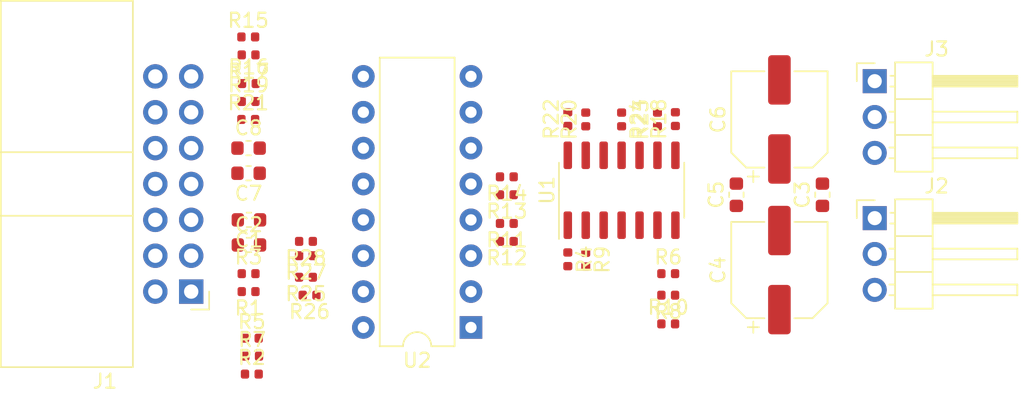
<source format=kicad_pcb>
(kicad_pcb (version 20171130) (host pcbnew "(5.1.4-0-10_14)")

  (general
    (thickness 1.6)
    (drawings 0)
    (tracks 0)
    (zones 0)
    (modules 41)
    (nets 36)
  )

  (page A4)
  (layers
    (0 F.Cu signal)
    (31 B.Cu signal)
    (32 B.Adhes user)
    (33 F.Adhes user)
    (34 B.Paste user)
    (35 F.Paste user)
    (36 B.SilkS user)
    (37 F.SilkS user)
    (38 B.Mask user)
    (39 F.Mask user)
    (40 Dwgs.User user hide)
    (41 Cmts.User user)
    (42 Eco1.User user)
    (43 Eco2.User user)
    (44 Edge.Cuts user)
    (45 Margin user)
    (46 B.CrtYd user hide)
    (47 F.CrtYd user)
    (48 B.Fab user hide)
    (49 F.Fab user hide)
  )

  (setup
    (last_trace_width 0.25)
    (user_trace_width 0.4)
    (user_trace_width 1)
    (trace_clearance 0.2)
    (zone_clearance 0.508)
    (zone_45_only no)
    (trace_min 0.2)
    (via_size 0.8)
    (via_drill 0.4)
    (via_min_size 0.4)
    (via_min_drill 0.3)
    (user_via 1.2 0.7)
    (uvia_size 0.3)
    (uvia_drill 0.1)
    (uvias_allowed no)
    (uvia_min_size 0.2)
    (uvia_min_drill 0.1)
    (edge_width 0.05)
    (segment_width 0.2)
    (pcb_text_width 0.3)
    (pcb_text_size 1.5 1.5)
    (mod_edge_width 0.12)
    (mod_text_size 1 1)
    (mod_text_width 0.15)
    (pad_size 1.524 1.524)
    (pad_drill 0.762)
    (pad_to_mask_clearance 0.051)
    (solder_mask_min_width 0.25)
    (aux_axis_origin 0 0)
    (visible_elements FFFFFF7F)
    (pcbplotparams
      (layerselection 0x010fc_ffffffff)
      (usegerberextensions false)
      (usegerberattributes false)
      (usegerberadvancedattributes false)
      (creategerberjobfile false)
      (excludeedgelayer true)
      (linewidth 0.100000)
      (plotframeref false)
      (viasonmask false)
      (mode 1)
      (useauxorigin false)
      (hpglpennumber 1)
      (hpglpenspeed 20)
      (hpglpendiameter 15.000000)
      (psnegative false)
      (psa4output false)
      (plotreference true)
      (plotvalue true)
      (plotinvisibletext false)
      (padsonsilk false)
      (subtractmaskfromsilk false)
      (outputformat 1)
      (mirror false)
      (drillshape 1)
      (scaleselection 1)
      (outputdirectory ""))
  )

  (net 0 "")
  (net 1 /in0)
  (net 2 "Net-(C1-Pad1)")
  (net 3 "Net-(C2-Pad2)")
  (net 4 /out0)
  (net 5 GND)
  (net 6 -12V)
  (net 7 +12V)
  (net 8 /in1)
  (net 9 "Net-(C7-Pad1)")
  (net 10 "Net-(C8-Pad2)")
  (net 11 /out1)
  (net 12 /mod10)
  (net 13 /mod1vcc)
  (net 14 /mod12)
  (net 15 /mod11)
  (net 16 /mod02)
  (net 17 /mod01)
  (net 18 /mod00)
  (net 19 /mod0vcc)
  (net 20 "Net-(R2-Pad2)")
  (net 21 "Net-(R4-Pad2)")
  (net 22 "Net-(R4-Pad1)")
  (net 23 "Net-(R6-Pad2)")
  (net 24 "Net-(R10-Pad1)")
  (net 25 "Net-(R11-Pad2)")
  (net 26 "Net-(R13-Pad1)")
  (net 27 "Net-(R16-Pad2)")
  (net 28 "Net-(R18-Pad2)")
  (net 29 "Net-(R18-Pad1)")
  (net 30 "Net-(R20-Pad2)")
  (net 31 "Net-(R22-Pad2)")
  (net 32 "Net-(R25-Pad2)")
  (net 33 "Net-(R27-Pad1)")
  (net 34 "Net-(U2-Pad15)")
  (net 35 "Net-(U2-Pad2)")

  (net_class Default "This is the default net class."
    (clearance 0.2)
    (trace_width 0.25)
    (via_dia 0.8)
    (via_drill 0.4)
    (uvia_dia 0.3)
    (uvia_drill 0.1)
    (add_net +12V)
    (add_net -12V)
    (add_net /in0)
    (add_net /in1)
    (add_net /mod00)
    (add_net /mod01)
    (add_net /mod02)
    (add_net /mod0vcc)
    (add_net /mod10)
    (add_net /mod11)
    (add_net /mod12)
    (add_net /mod1vcc)
    (add_net /out0)
    (add_net /out1)
    (add_net GND)
    (add_net "Net-(C1-Pad1)")
    (add_net "Net-(C2-Pad2)")
    (add_net "Net-(C7-Pad1)")
    (add_net "Net-(C8-Pad2)")
    (add_net "Net-(R10-Pad1)")
    (add_net "Net-(R11-Pad2)")
    (add_net "Net-(R13-Pad1)")
    (add_net "Net-(R16-Pad2)")
    (add_net "Net-(R18-Pad1)")
    (add_net "Net-(R18-Pad2)")
    (add_net "Net-(R2-Pad2)")
    (add_net "Net-(R20-Pad2)")
    (add_net "Net-(R22-Pad2)")
    (add_net "Net-(R25-Pad2)")
    (add_net "Net-(R27-Pad1)")
    (add_net "Net-(R4-Pad1)")
    (add_net "Net-(R4-Pad2)")
    (add_net "Net-(R6-Pad2)")
    (add_net "Net-(U2-Pad15)")
    (add_net "Net-(U2-Pad2)")
  )

  (module Package_DIP:DIP-16_W7.62mm (layer F.Cu) (tedit 5A02E8C5) (tstamp 5E25B1BC)
    (at 69.342 42.672 180)
    (descr "16-lead though-hole mounted DIP package, row spacing 7.62 mm (300 mils)")
    (tags "THT DIP DIL PDIP 2.54mm 7.62mm 300mil")
    (path /5E283005)
    (fp_text reference U2 (at 3.81 -2.33) (layer F.SilkS)
      (effects (font (size 1 1) (thickness 0.15)))
    )
    (fp_text value LM13700 (at 3.81 20.11) (layer F.Fab)
      (effects (font (size 1 1) (thickness 0.15)))
    )
    (fp_text user %R (at 3.81 8.89) (layer F.Fab)
      (effects (font (size 1 1) (thickness 0.15)))
    )
    (fp_line (start 8.7 -1.55) (end -1.1 -1.55) (layer F.CrtYd) (width 0.05))
    (fp_line (start 8.7 19.3) (end 8.7 -1.55) (layer F.CrtYd) (width 0.05))
    (fp_line (start -1.1 19.3) (end 8.7 19.3) (layer F.CrtYd) (width 0.05))
    (fp_line (start -1.1 -1.55) (end -1.1 19.3) (layer F.CrtYd) (width 0.05))
    (fp_line (start 6.46 -1.33) (end 4.81 -1.33) (layer F.SilkS) (width 0.12))
    (fp_line (start 6.46 19.11) (end 6.46 -1.33) (layer F.SilkS) (width 0.12))
    (fp_line (start 1.16 19.11) (end 6.46 19.11) (layer F.SilkS) (width 0.12))
    (fp_line (start 1.16 -1.33) (end 1.16 19.11) (layer F.SilkS) (width 0.12))
    (fp_line (start 2.81 -1.33) (end 1.16 -1.33) (layer F.SilkS) (width 0.12))
    (fp_line (start 0.635 -0.27) (end 1.635 -1.27) (layer F.Fab) (width 0.1))
    (fp_line (start 0.635 19.05) (end 0.635 -0.27) (layer F.Fab) (width 0.1))
    (fp_line (start 6.985 19.05) (end 0.635 19.05) (layer F.Fab) (width 0.1))
    (fp_line (start 6.985 -1.27) (end 6.985 19.05) (layer F.Fab) (width 0.1))
    (fp_line (start 1.635 -1.27) (end 6.985 -1.27) (layer F.Fab) (width 0.1))
    (fp_arc (start 3.81 -1.33) (end 2.81 -1.33) (angle -180) (layer F.SilkS) (width 0.12))
    (pad 16 thru_hole oval (at 7.62 0 180) (size 1.6 1.6) (drill 0.8) (layers *.Cu *.Mask)
      (net 31 "Net-(R22-Pad2)"))
    (pad 8 thru_hole oval (at 0 17.78 180) (size 1.6 1.6) (drill 0.8) (layers *.Cu *.Mask)
      (net 3 "Net-(C2-Pad2)"))
    (pad 15 thru_hole oval (at 7.62 2.54 180) (size 1.6 1.6) (drill 0.8) (layers *.Cu *.Mask)
      (net 34 "Net-(U2-Pad15)"))
    (pad 7 thru_hole oval (at 0 15.24 180) (size 1.6 1.6) (drill 0.8) (layers *.Cu *.Mask)
      (net 26 "Net-(R13-Pad1)"))
    (pad 14 thru_hole oval (at 7.62 5.08 180) (size 1.6 1.6) (drill 0.8) (layers *.Cu *.Mask)
      (net 32 "Net-(R25-Pad2)"))
    (pad 6 thru_hole oval (at 0 12.7 180) (size 1.6 1.6) (drill 0.8) (layers *.Cu *.Mask)
      (net 6 -12V))
    (pad 13 thru_hole oval (at 7.62 7.62 180) (size 1.6 1.6) (drill 0.8) (layers *.Cu *.Mask)
      (net 5 GND))
    (pad 5 thru_hole oval (at 0 10.16 180) (size 1.6 1.6) (drill 0.8) (layers *.Cu *.Mask)
      (net 26 "Net-(R13-Pad1)"))
    (pad 12 thru_hole oval (at 7.62 10.16 180) (size 1.6 1.6) (drill 0.8) (layers *.Cu *.Mask)
      (net 33 "Net-(R27-Pad1)"))
    (pad 4 thru_hole oval (at 0 7.62 180) (size 1.6 1.6) (drill 0.8) (layers *.Cu *.Mask)
      (net 5 GND))
    (pad 11 thru_hole oval (at 7.62 12.7 180) (size 1.6 1.6) (drill 0.8) (layers *.Cu *.Mask)
      (net 7 +12V))
    (pad 3 thru_hole oval (at 0 5.08 180) (size 1.6 1.6) (drill 0.8) (layers *.Cu *.Mask)
      (net 25 "Net-(R11-Pad2)"))
    (pad 10 thru_hole oval (at 7.62 15.24 180) (size 1.6 1.6) (drill 0.8) (layers *.Cu *.Mask)
      (net 33 "Net-(R27-Pad1)"))
    (pad 2 thru_hole oval (at 0 2.54 180) (size 1.6 1.6) (drill 0.8) (layers *.Cu *.Mask)
      (net 35 "Net-(U2-Pad2)"))
    (pad 9 thru_hole oval (at 7.62 17.78 180) (size 1.6 1.6) (drill 0.8) (layers *.Cu *.Mask)
      (net 10 "Net-(C8-Pad2)"))
    (pad 1 thru_hole rect (at 0 0 180) (size 1.6 1.6) (drill 0.8) (layers *.Cu *.Mask)
      (net 24 "Net-(R10-Pad1)"))
    (model ${KISYS3DMOD}/Package_DIP.3dshapes/DIP-16_W7.62mm.wrl
      (at (xyz 0 0 0))
      (scale (xyz 1 1 1))
      (rotate (xyz 0 0 0))
    )
  )

  (module Package_SO:SOIC-14_3.9x8.7mm_P1.27mm (layer F.Cu) (tedit 5C97300E) (tstamp 5E25B198)
    (at 80.01 32.955 90)
    (descr "SOIC, 14 Pin (JEDEC MS-012AB, https://www.analog.com/media/en/package-pcb-resources/package/pkg_pdf/soic_narrow-r/r_14.pdf), generated with kicad-footprint-generator ipc_gullwing_generator.py")
    (tags "SOIC SO")
    (path /5E24868D)
    (attr smd)
    (fp_text reference U1 (at 0 -5.28 90) (layer F.SilkS)
      (effects (font (size 1 1) (thickness 0.15)))
    )
    (fp_text value TL074 (at 0 5.28 90) (layer F.Fab)
      (effects (font (size 1 1) (thickness 0.15)))
    )
    (fp_text user %R (at 0 0 90) (layer F.Fab)
      (effects (font (size 0.98 0.98) (thickness 0.15)))
    )
    (fp_line (start 3.7 -4.58) (end -3.7 -4.58) (layer F.CrtYd) (width 0.05))
    (fp_line (start 3.7 4.58) (end 3.7 -4.58) (layer F.CrtYd) (width 0.05))
    (fp_line (start -3.7 4.58) (end 3.7 4.58) (layer F.CrtYd) (width 0.05))
    (fp_line (start -3.7 -4.58) (end -3.7 4.58) (layer F.CrtYd) (width 0.05))
    (fp_line (start -1.95 -3.35) (end -0.975 -4.325) (layer F.Fab) (width 0.1))
    (fp_line (start -1.95 4.325) (end -1.95 -3.35) (layer F.Fab) (width 0.1))
    (fp_line (start 1.95 4.325) (end -1.95 4.325) (layer F.Fab) (width 0.1))
    (fp_line (start 1.95 -4.325) (end 1.95 4.325) (layer F.Fab) (width 0.1))
    (fp_line (start -0.975 -4.325) (end 1.95 -4.325) (layer F.Fab) (width 0.1))
    (fp_line (start 0 -4.435) (end -3.45 -4.435) (layer F.SilkS) (width 0.12))
    (fp_line (start 0 -4.435) (end 1.95 -4.435) (layer F.SilkS) (width 0.12))
    (fp_line (start 0 4.435) (end -1.95 4.435) (layer F.SilkS) (width 0.12))
    (fp_line (start 0 4.435) (end 1.95 4.435) (layer F.SilkS) (width 0.12))
    (pad 14 smd roundrect (at 2.475 -3.81 90) (size 1.95 0.6) (layers F.Cu F.Paste F.Mask) (roundrect_rratio 0.25)
      (net 30 "Net-(R20-Pad2)"))
    (pad 13 smd roundrect (at 2.475 -2.54 90) (size 1.95 0.6) (layers F.Cu F.Paste F.Mask) (roundrect_rratio 0.25)
      (net 28 "Net-(R18-Pad2)"))
    (pad 12 smd roundrect (at 2.475 -1.27 90) (size 1.95 0.6) (layers F.Cu F.Paste F.Mask) (roundrect_rratio 0.25)
      (net 5 GND))
    (pad 11 smd roundrect (at 2.475 0 90) (size 1.95 0.6) (layers F.Cu F.Paste F.Mask) (roundrect_rratio 0.25)
      (net 6 -12V))
    (pad 10 smd roundrect (at 2.475 1.27 90) (size 1.95 0.6) (layers F.Cu F.Paste F.Mask) (roundrect_rratio 0.25)
      (net 5 GND))
    (pad 9 smd roundrect (at 2.475 2.54 90) (size 1.95 0.6) (layers F.Cu F.Paste F.Mask) (roundrect_rratio 0.25)
      (net 27 "Net-(R16-Pad2)"))
    (pad 8 smd roundrect (at 2.475 3.81 90) (size 1.95 0.6) (layers F.Cu F.Paste F.Mask) (roundrect_rratio 0.25)
      (net 29 "Net-(R18-Pad1)"))
    (pad 7 smd roundrect (at -2.475 3.81 90) (size 1.95 0.6) (layers F.Cu F.Paste F.Mask) (roundrect_rratio 0.25)
      (net 23 "Net-(R6-Pad2)"))
    (pad 6 smd roundrect (at -2.475 2.54 90) (size 1.95 0.6) (layers F.Cu F.Paste F.Mask) (roundrect_rratio 0.25)
      (net 21 "Net-(R4-Pad2)"))
    (pad 5 smd roundrect (at -2.475 1.27 90) (size 1.95 0.6) (layers F.Cu F.Paste F.Mask) (roundrect_rratio 0.25)
      (net 5 GND))
    (pad 4 smd roundrect (at -2.475 0 90) (size 1.95 0.6) (layers F.Cu F.Paste F.Mask) (roundrect_rratio 0.25)
      (net 7 +12V))
    (pad 3 smd roundrect (at -2.475 -1.27 90) (size 1.95 0.6) (layers F.Cu F.Paste F.Mask) (roundrect_rratio 0.25)
      (net 5 GND))
    (pad 2 smd roundrect (at -2.475 -2.54 90) (size 1.95 0.6) (layers F.Cu F.Paste F.Mask) (roundrect_rratio 0.25)
      (net 20 "Net-(R2-Pad2)"))
    (pad 1 smd roundrect (at -2.475 -3.81 90) (size 1.95 0.6) (layers F.Cu F.Paste F.Mask) (roundrect_rratio 0.25)
      (net 22 "Net-(R4-Pad1)"))
    (model ${KISYS3DMOD}/Package_SO.3dshapes/SOIC-14_3.9x8.7mm_P1.27mm.wrl
      (at (xyz 0 0 0))
      (scale (xyz 1 1 1))
      (rotate (xyz 0 0 0))
    )
  )

  (module Resistor_SMD:R_0402_1005Metric (layer F.Cu) (tedit 5B301BBD) (tstamp 5E25B178)
    (at 57.658 36.576 180)
    (descr "Resistor SMD 0402 (1005 Metric), square (rectangular) end terminal, IPC_7351 nominal, (Body size source: http://www.tortai-tech.com/upload/download/2011102023233369053.pdf), generated with kicad-footprint-generator")
    (tags resistor)
    (path /5E2E5102)
    (attr smd)
    (fp_text reference R28 (at 0 -1.17) (layer F.SilkS)
      (effects (font (size 1 1) (thickness 0.15)))
    )
    (fp_text value 4k7 (at 0 1.17) (layer F.Fab)
      (effects (font (size 1 1) (thickness 0.15)))
    )
    (fp_text user %R (at 0 0) (layer F.Fab)
      (effects (font (size 0.25 0.25) (thickness 0.04)))
    )
    (fp_line (start 0.93 0.47) (end -0.93 0.47) (layer F.CrtYd) (width 0.05))
    (fp_line (start 0.93 -0.47) (end 0.93 0.47) (layer F.CrtYd) (width 0.05))
    (fp_line (start -0.93 -0.47) (end 0.93 -0.47) (layer F.CrtYd) (width 0.05))
    (fp_line (start -0.93 0.47) (end -0.93 -0.47) (layer F.CrtYd) (width 0.05))
    (fp_line (start 0.5 0.25) (end -0.5 0.25) (layer F.Fab) (width 0.1))
    (fp_line (start 0.5 -0.25) (end 0.5 0.25) (layer F.Fab) (width 0.1))
    (fp_line (start -0.5 -0.25) (end 0.5 -0.25) (layer F.Fab) (width 0.1))
    (fp_line (start -0.5 0.25) (end -0.5 -0.25) (layer F.Fab) (width 0.1))
    (pad 2 smd roundrect (at 0.485 0 180) (size 0.59 0.64) (layers F.Cu F.Paste F.Mask) (roundrect_rratio 0.25)
      (net 5 GND))
    (pad 1 smd roundrect (at -0.485 0 180) (size 0.59 0.64) (layers F.Cu F.Paste F.Mask) (roundrect_rratio 0.25)
      (net 10 "Net-(C8-Pad2)"))
    (model ${KISYS3DMOD}/Resistor_SMD.3dshapes/R_0402_1005Metric.wrl
      (at (xyz 0 0 0))
      (scale (xyz 1 1 1))
      (rotate (xyz 0 0 0))
    )
  )

  (module Resistor_SMD:R_0402_1005Metric (layer F.Cu) (tedit 5B301BBD) (tstamp 5E25B169)
    (at 57.658 37.592 180)
    (descr "Resistor SMD 0402 (1005 Metric), square (rectangular) end terminal, IPC_7351 nominal, (Body size source: http://www.tortai-tech.com/upload/download/2011102023233369053.pdf), generated with kicad-footprint-generator")
    (tags resistor)
    (path /5E2E50FC)
    (attr smd)
    (fp_text reference R27 (at 0 -1.17) (layer F.SilkS)
      (effects (font (size 1 1) (thickness 0.15)))
    )
    (fp_text value 560k (at 0 1.17) (layer F.Fab)
      (effects (font (size 1 1) (thickness 0.15)))
    )
    (fp_text user %R (at 0 0) (layer F.Fab)
      (effects (font (size 0.25 0.25) (thickness 0.04)))
    )
    (fp_line (start 0.93 0.47) (end -0.93 0.47) (layer F.CrtYd) (width 0.05))
    (fp_line (start 0.93 -0.47) (end 0.93 0.47) (layer F.CrtYd) (width 0.05))
    (fp_line (start -0.93 -0.47) (end 0.93 -0.47) (layer F.CrtYd) (width 0.05))
    (fp_line (start -0.93 0.47) (end -0.93 -0.47) (layer F.CrtYd) (width 0.05))
    (fp_line (start 0.5 0.25) (end -0.5 0.25) (layer F.Fab) (width 0.1))
    (fp_line (start 0.5 -0.25) (end 0.5 0.25) (layer F.Fab) (width 0.1))
    (fp_line (start -0.5 -0.25) (end 0.5 -0.25) (layer F.Fab) (width 0.1))
    (fp_line (start -0.5 0.25) (end -0.5 -0.25) (layer F.Fab) (width 0.1))
    (pad 2 smd roundrect (at 0.485 0 180) (size 0.59 0.64) (layers F.Cu F.Paste F.Mask) (roundrect_rratio 0.25)
      (net 5 GND))
    (pad 1 smd roundrect (at -0.485 0 180) (size 0.59 0.64) (layers F.Cu F.Paste F.Mask) (roundrect_rratio 0.25)
      (net 33 "Net-(R27-Pad1)"))
    (model ${KISYS3DMOD}/Resistor_SMD.3dshapes/R_0402_1005Metric.wrl
      (at (xyz 0 0 0))
      (scale (xyz 1 1 1))
      (rotate (xyz 0 0 0))
    )
  )

  (module Resistor_SMD:R_0402_1005Metric (layer F.Cu) (tedit 5B301BBD) (tstamp 5E25B15A)
    (at 57.912 40.386 180)
    (descr "Resistor SMD 0402 (1005 Metric), square (rectangular) end terminal, IPC_7351 nominal, (Body size source: http://www.tortai-tech.com/upload/download/2011102023233369053.pdf), generated with kicad-footprint-generator")
    (tags resistor)
    (path /5E2E50F6)
    (attr smd)
    (fp_text reference R26 (at 0 -1.17) (layer F.SilkS)
      (effects (font (size 1 1) (thickness 0.15)))
    )
    (fp_text value 100 (at 0 1.17) (layer F.Fab)
      (effects (font (size 1 1) (thickness 0.15)))
    )
    (fp_text user %R (at 0 0) (layer F.Fab)
      (effects (font (size 0.25 0.25) (thickness 0.04)))
    )
    (fp_line (start 0.93 0.47) (end -0.93 0.47) (layer F.CrtYd) (width 0.05))
    (fp_line (start 0.93 -0.47) (end 0.93 0.47) (layer F.CrtYd) (width 0.05))
    (fp_line (start -0.93 -0.47) (end 0.93 -0.47) (layer F.CrtYd) (width 0.05))
    (fp_line (start -0.93 0.47) (end -0.93 -0.47) (layer F.CrtYd) (width 0.05))
    (fp_line (start 0.5 0.25) (end -0.5 0.25) (layer F.Fab) (width 0.1))
    (fp_line (start 0.5 -0.25) (end 0.5 0.25) (layer F.Fab) (width 0.1))
    (fp_line (start -0.5 -0.25) (end 0.5 -0.25) (layer F.Fab) (width 0.1))
    (fp_line (start -0.5 0.25) (end -0.5 -0.25) (layer F.Fab) (width 0.1))
    (pad 2 smd roundrect (at 0.485 0 180) (size 0.59 0.64) (layers F.Cu F.Paste F.Mask) (roundrect_rratio 0.25)
      (net 32 "Net-(R25-Pad2)"))
    (pad 1 smd roundrect (at -0.485 0 180) (size 0.59 0.64) (layers F.Cu F.Paste F.Mask) (roundrect_rratio 0.25)
      (net 5 GND))
    (model ${KISYS3DMOD}/Resistor_SMD.3dshapes/R_0402_1005Metric.wrl
      (at (xyz 0 0 0))
      (scale (xyz 1 1 1))
      (rotate (xyz 0 0 0))
    )
  )

  (module Resistor_SMD:R_0402_1005Metric (layer F.Cu) (tedit 5B301BBD) (tstamp 5E25B14B)
    (at 57.658 39.116 180)
    (descr "Resistor SMD 0402 (1005 Metric), square (rectangular) end terminal, IPC_7351 nominal, (Body size source: http://www.tortai-tech.com/upload/download/2011102023233369053.pdf), generated with kicad-footprint-generator")
    (tags resistor)
    (path /5E2E50F0)
    (attr smd)
    (fp_text reference R25 (at 0 -1.17) (layer F.SilkS)
      (effects (font (size 1 1) (thickness 0.15)))
    )
    (fp_text value 47k (at 0 1.17) (layer F.Fab)
      (effects (font (size 1 1) (thickness 0.15)))
    )
    (fp_text user %R (at 0 0) (layer F.Fab)
      (effects (font (size 0.25 0.25) (thickness 0.04)))
    )
    (fp_line (start 0.93 0.47) (end -0.93 0.47) (layer F.CrtYd) (width 0.05))
    (fp_line (start 0.93 -0.47) (end 0.93 0.47) (layer F.CrtYd) (width 0.05))
    (fp_line (start -0.93 -0.47) (end 0.93 -0.47) (layer F.CrtYd) (width 0.05))
    (fp_line (start -0.93 0.47) (end -0.93 -0.47) (layer F.CrtYd) (width 0.05))
    (fp_line (start 0.5 0.25) (end -0.5 0.25) (layer F.Fab) (width 0.1))
    (fp_line (start 0.5 -0.25) (end 0.5 0.25) (layer F.Fab) (width 0.1))
    (fp_line (start -0.5 -0.25) (end 0.5 -0.25) (layer F.Fab) (width 0.1))
    (fp_line (start -0.5 0.25) (end -0.5 -0.25) (layer F.Fab) (width 0.1))
    (pad 2 smd roundrect (at 0.485 0 180) (size 0.59 0.64) (layers F.Cu F.Paste F.Mask) (roundrect_rratio 0.25)
      (net 32 "Net-(R25-Pad2)"))
    (pad 1 smd roundrect (at -0.485 0 180) (size 0.59 0.64) (layers F.Cu F.Paste F.Mask) (roundrect_rratio 0.25)
      (net 9 "Net-(C7-Pad1)"))
    (model ${KISYS3DMOD}/Resistor_SMD.3dshapes/R_0402_1005Metric.wrl
      (at (xyz 0 0 0))
      (scale (xyz 1 1 1))
      (rotate (xyz 0 0 0))
    )
  )

  (module Resistor_SMD:R_0402_1005Metric (layer F.Cu) (tedit 5B301BBD) (tstamp 5E25B13C)
    (at 80.01 27.94 270)
    (descr "Resistor SMD 0402 (1005 Metric), square (rectangular) end terminal, IPC_7351 nominal, (Body size source: http://www.tortai-tech.com/upload/download/2011102023233369053.pdf), generated with kicad-footprint-generator")
    (tags resistor)
    (path /5E2E50BB)
    (attr smd)
    (fp_text reference R24 (at 0 -1.17 90) (layer F.SilkS)
      (effects (font (size 1 1) (thickness 0.15)))
    )
    (fp_text value 6k2 (at 0 1.17 90) (layer F.Fab)
      (effects (font (size 1 1) (thickness 0.15)))
    )
    (fp_text user %R (at 0 0 90) (layer F.Fab)
      (effects (font (size 0.25 0.25) (thickness 0.04)))
    )
    (fp_line (start 0.93 0.47) (end -0.93 0.47) (layer F.CrtYd) (width 0.05))
    (fp_line (start 0.93 -0.47) (end 0.93 0.47) (layer F.CrtYd) (width 0.05))
    (fp_line (start -0.93 -0.47) (end 0.93 -0.47) (layer F.CrtYd) (width 0.05))
    (fp_line (start -0.93 0.47) (end -0.93 -0.47) (layer F.CrtYd) (width 0.05))
    (fp_line (start 0.5 0.25) (end -0.5 0.25) (layer F.Fab) (width 0.1))
    (fp_line (start 0.5 -0.25) (end 0.5 0.25) (layer F.Fab) (width 0.1))
    (fp_line (start -0.5 -0.25) (end 0.5 -0.25) (layer F.Fab) (width 0.1))
    (fp_line (start -0.5 0.25) (end -0.5 -0.25) (layer F.Fab) (width 0.1))
    (pad 2 smd roundrect (at 0.485 0 270) (size 0.59 0.64) (layers F.Cu F.Paste F.Mask) (roundrect_rratio 0.25)
      (net 6 -12V))
    (pad 1 smd roundrect (at -0.485 0 270) (size 0.59 0.64) (layers F.Cu F.Paste F.Mask) (roundrect_rratio 0.25)
      (net 31 "Net-(R22-Pad2)"))
    (model ${KISYS3DMOD}/Resistor_SMD.3dshapes/R_0402_1005Metric.wrl
      (at (xyz 0 0 0))
      (scale (xyz 1 1 1))
      (rotate (xyz 0 0 0))
    )
  )

  (module Resistor_SMD:R_0402_1005Metric (layer F.Cu) (tedit 5B301BBD) (tstamp 5E25B12D)
    (at 82.55 27.94 90)
    (descr "Resistor SMD 0402 (1005 Metric), square (rectangular) end terminal, IPC_7351 nominal, (Body size source: http://www.tortai-tech.com/upload/download/2011102023233369053.pdf), generated with kicad-footprint-generator")
    (tags resistor)
    (path /5E2E5073)
    (attr smd)
    (fp_text reference R23 (at 0 -1.17 90) (layer F.SilkS)
      (effects (font (size 1 1) (thickness 0.15)))
    )
    (fp_text value 100k (at 0 1.17 90) (layer F.Fab)
      (effects (font (size 1 1) (thickness 0.15)))
    )
    (fp_text user %R (at 0 0 90) (layer F.Fab)
      (effects (font (size 0.25 0.25) (thickness 0.04)))
    )
    (fp_line (start 0.93 0.47) (end -0.93 0.47) (layer F.CrtYd) (width 0.05))
    (fp_line (start 0.93 -0.47) (end 0.93 0.47) (layer F.CrtYd) (width 0.05))
    (fp_line (start -0.93 -0.47) (end 0.93 -0.47) (layer F.CrtYd) (width 0.05))
    (fp_line (start -0.93 0.47) (end -0.93 -0.47) (layer F.CrtYd) (width 0.05))
    (fp_line (start 0.5 0.25) (end -0.5 0.25) (layer F.Fab) (width 0.1))
    (fp_line (start 0.5 -0.25) (end 0.5 0.25) (layer F.Fab) (width 0.1))
    (fp_line (start -0.5 -0.25) (end 0.5 -0.25) (layer F.Fab) (width 0.1))
    (fp_line (start -0.5 0.25) (end -0.5 -0.25) (layer F.Fab) (width 0.1))
    (pad 2 smd roundrect (at 0.485 0 90) (size 0.59 0.64) (layers F.Cu F.Paste F.Mask) (roundrect_rratio 0.25)
      (net 29 "Net-(R18-Pad1)"))
    (pad 1 smd roundrect (at -0.485 0 90) (size 0.59 0.64) (layers F.Cu F.Paste F.Mask) (roundrect_rratio 0.25)
      (net 27 "Net-(R16-Pad2)"))
    (model ${KISYS3DMOD}/Resistor_SMD.3dshapes/R_0402_1005Metric.wrl
      (at (xyz 0 0 0))
      (scale (xyz 1 1 1))
      (rotate (xyz 0 0 0))
    )
  )

  (module Resistor_SMD:R_0402_1005Metric (layer F.Cu) (tedit 5B301BBD) (tstamp 5E279910)
    (at 76.2 27.917 90)
    (descr "Resistor SMD 0402 (1005 Metric), square (rectangular) end terminal, IPC_7351 nominal, (Body size source: http://www.tortai-tech.com/upload/download/2011102023233369053.pdf), generated with kicad-footprint-generator")
    (tags resistor)
    (path /5E2E50B5)
    (attr smd)
    (fp_text reference R22 (at 0 -1.17 90) (layer F.SilkS)
      (effects (font (size 1 1) (thickness 0.15)))
    )
    (fp_text value 47k (at 0 1.17 90) (layer F.Fab)
      (effects (font (size 1 1) (thickness 0.15)))
    )
    (fp_text user %R (at 0 0 90) (layer F.Fab)
      (effects (font (size 0.25 0.25) (thickness 0.04)))
    )
    (fp_line (start 0.93 0.47) (end -0.93 0.47) (layer F.CrtYd) (width 0.05))
    (fp_line (start 0.93 -0.47) (end 0.93 0.47) (layer F.CrtYd) (width 0.05))
    (fp_line (start -0.93 -0.47) (end 0.93 -0.47) (layer F.CrtYd) (width 0.05))
    (fp_line (start -0.93 0.47) (end -0.93 -0.47) (layer F.CrtYd) (width 0.05))
    (fp_line (start 0.5 0.25) (end -0.5 0.25) (layer F.Fab) (width 0.1))
    (fp_line (start 0.5 -0.25) (end 0.5 0.25) (layer F.Fab) (width 0.1))
    (fp_line (start -0.5 -0.25) (end 0.5 -0.25) (layer F.Fab) (width 0.1))
    (fp_line (start -0.5 0.25) (end -0.5 -0.25) (layer F.Fab) (width 0.1))
    (pad 2 smd roundrect (at 0.485 0 90) (size 0.59 0.64) (layers F.Cu F.Paste F.Mask) (roundrect_rratio 0.25)
      (net 31 "Net-(R22-Pad2)"))
    (pad 1 smd roundrect (at -0.485 0 90) (size 0.59 0.64) (layers F.Cu F.Paste F.Mask) (roundrect_rratio 0.25)
      (net 30 "Net-(R20-Pad2)"))
    (model ${KISYS3DMOD}/Resistor_SMD.3dshapes/R_0402_1005Metric.wrl
      (at (xyz 0 0 0))
      (scale (xyz 1 1 1))
      (rotate (xyz 0 0 0))
    )
  )

  (module Resistor_SMD:R_0402_1005Metric (layer F.Cu) (tedit 5B301BBD) (tstamp 5E25B10F)
    (at 53.571 27.94)
    (descr "Resistor SMD 0402 (1005 Metric), square (rectangular) end terminal, IPC_7351 nominal, (Body size source: http://www.tortai-tech.com/upload/download/2011102023233369053.pdf), generated with kicad-footprint-generator")
    (tags resistor)
    (path /5E2E506D)
    (attr smd)
    (fp_text reference R21 (at 0 -1.17) (layer F.SilkS)
      (effects (font (size 1 1) (thickness 0.15)))
    )
    (fp_text value 100k (at 0 1.17) (layer F.Fab)
      (effects (font (size 1 1) (thickness 0.15)))
    )
    (fp_text user %R (at 0 0) (layer F.Fab)
      (effects (font (size 0.25 0.25) (thickness 0.04)))
    )
    (fp_line (start 0.93 0.47) (end -0.93 0.47) (layer F.CrtYd) (width 0.05))
    (fp_line (start 0.93 -0.47) (end 0.93 0.47) (layer F.CrtYd) (width 0.05))
    (fp_line (start -0.93 -0.47) (end 0.93 -0.47) (layer F.CrtYd) (width 0.05))
    (fp_line (start -0.93 0.47) (end -0.93 -0.47) (layer F.CrtYd) (width 0.05))
    (fp_line (start 0.5 0.25) (end -0.5 0.25) (layer F.Fab) (width 0.1))
    (fp_line (start 0.5 -0.25) (end 0.5 0.25) (layer F.Fab) (width 0.1))
    (fp_line (start -0.5 -0.25) (end 0.5 -0.25) (layer F.Fab) (width 0.1))
    (fp_line (start -0.5 0.25) (end -0.5 -0.25) (layer F.Fab) (width 0.1))
    (pad 2 smd roundrect (at 0.485 0) (size 0.59 0.64) (layers F.Cu F.Paste F.Mask) (roundrect_rratio 0.25)
      (net 27 "Net-(R16-Pad2)"))
    (pad 1 smd roundrect (at -0.485 0) (size 0.59 0.64) (layers F.Cu F.Paste F.Mask) (roundrect_rratio 0.25)
      (net 14 /mod12))
    (model ${KISYS3DMOD}/Resistor_SMD.3dshapes/R_0402_1005Metric.wrl
      (at (xyz 0 0 0))
      (scale (xyz 1 1 1))
      (rotate (xyz 0 0 0))
    )
  )

  (module Resistor_SMD:R_0402_1005Metric (layer F.Cu) (tedit 5B301BBD) (tstamp 5E25B100)
    (at 77.47 27.94 90)
    (descr "Resistor SMD 0402 (1005 Metric), square (rectangular) end terminal, IPC_7351 nominal, (Body size source: http://www.tortai-tech.com/upload/download/2011102023233369053.pdf), generated with kicad-footprint-generator")
    (tags resistor)
    (path /5E2E50AF)
    (attr smd)
    (fp_text reference R20 (at 0 -1.17 90) (layer F.SilkS)
      (effects (font (size 1 1) (thickness 0.15)))
    )
    (fp_text value 10k (at 0 1.17 90) (layer F.Fab)
      (effects (font (size 1 1) (thickness 0.15)))
    )
    (fp_text user %R (at 0 0 90) (layer F.Fab)
      (effects (font (size 0.25 0.25) (thickness 0.04)))
    )
    (fp_line (start 0.93 0.47) (end -0.93 0.47) (layer F.CrtYd) (width 0.05))
    (fp_line (start 0.93 -0.47) (end 0.93 0.47) (layer F.CrtYd) (width 0.05))
    (fp_line (start -0.93 -0.47) (end 0.93 -0.47) (layer F.CrtYd) (width 0.05))
    (fp_line (start -0.93 0.47) (end -0.93 -0.47) (layer F.CrtYd) (width 0.05))
    (fp_line (start 0.5 0.25) (end -0.5 0.25) (layer F.Fab) (width 0.1))
    (fp_line (start 0.5 -0.25) (end 0.5 0.25) (layer F.Fab) (width 0.1))
    (fp_line (start -0.5 -0.25) (end 0.5 -0.25) (layer F.Fab) (width 0.1))
    (fp_line (start -0.5 0.25) (end -0.5 -0.25) (layer F.Fab) (width 0.1))
    (pad 2 smd roundrect (at 0.485 0 90) (size 0.59 0.64) (layers F.Cu F.Paste F.Mask) (roundrect_rratio 0.25)
      (net 30 "Net-(R20-Pad2)"))
    (pad 1 smd roundrect (at -0.485 0 90) (size 0.59 0.64) (layers F.Cu F.Paste F.Mask) (roundrect_rratio 0.25)
      (net 28 "Net-(R18-Pad2)"))
    (model ${KISYS3DMOD}/Resistor_SMD.3dshapes/R_0402_1005Metric.wrl
      (at (xyz 0 0 0))
      (scale (xyz 1 1 1))
      (rotate (xyz 0 0 0))
    )
  )

  (module Resistor_SMD:R_0402_1005Metric (layer F.Cu) (tedit 5B301BBD) (tstamp 5E25B0F1)
    (at 53.594 26.67)
    (descr "Resistor SMD 0402 (1005 Metric), square (rectangular) end terminal, IPC_7351 nominal, (Body size source: http://www.tortai-tech.com/upload/download/2011102023233369053.pdf), generated with kicad-footprint-generator")
    (tags resistor)
    (path /5E2E5067)
    (attr smd)
    (fp_text reference R19 (at 0 -1.17) (layer F.SilkS)
      (effects (font (size 1 1) (thickness 0.15)))
    )
    (fp_text value 100k (at 0 1.17) (layer F.Fab)
      (effects (font (size 1 1) (thickness 0.15)))
    )
    (fp_text user %R (at 0 0) (layer F.Fab)
      (effects (font (size 0.25 0.25) (thickness 0.04)))
    )
    (fp_line (start 0.93 0.47) (end -0.93 0.47) (layer F.CrtYd) (width 0.05))
    (fp_line (start 0.93 -0.47) (end 0.93 0.47) (layer F.CrtYd) (width 0.05))
    (fp_line (start -0.93 -0.47) (end 0.93 -0.47) (layer F.CrtYd) (width 0.05))
    (fp_line (start -0.93 0.47) (end -0.93 -0.47) (layer F.CrtYd) (width 0.05))
    (fp_line (start 0.5 0.25) (end -0.5 0.25) (layer F.Fab) (width 0.1))
    (fp_line (start 0.5 -0.25) (end 0.5 0.25) (layer F.Fab) (width 0.1))
    (fp_line (start -0.5 -0.25) (end 0.5 -0.25) (layer F.Fab) (width 0.1))
    (fp_line (start -0.5 0.25) (end -0.5 -0.25) (layer F.Fab) (width 0.1))
    (pad 2 smd roundrect (at 0.485 0) (size 0.59 0.64) (layers F.Cu F.Paste F.Mask) (roundrect_rratio 0.25)
      (net 27 "Net-(R16-Pad2)"))
    (pad 1 smd roundrect (at -0.485 0) (size 0.59 0.64) (layers F.Cu F.Paste F.Mask) (roundrect_rratio 0.25)
      (net 15 /mod11))
    (model ${KISYS3DMOD}/Resistor_SMD.3dshapes/R_0402_1005Metric.wrl
      (at (xyz 0 0 0))
      (scale (xyz 1 1 1))
      (rotate (xyz 0 0 0))
    )
  )

  (module Resistor_SMD:R_0402_1005Metric (layer F.Cu) (tedit 5B301BBD) (tstamp 5E25B0E2)
    (at 83.82 27.917 90)
    (descr "Resistor SMD 0402 (1005 Metric), square (rectangular) end terminal, IPC_7351 nominal, (Body size source: http://www.tortai-tech.com/upload/download/2011102023233369053.pdf), generated with kicad-footprint-generator")
    (tags resistor)
    (path /5E2E50DC)
    (attr smd)
    (fp_text reference R18 (at 0 -1.17 90) (layer F.SilkS)
      (effects (font (size 1 1) (thickness 0.15)))
    )
    (fp_text value 10k (at 0 1.17 90) (layer F.Fab)
      (effects (font (size 1 1) (thickness 0.15)))
    )
    (fp_text user %R (at 0 0 90) (layer F.Fab)
      (effects (font (size 0.25 0.25) (thickness 0.04)))
    )
    (fp_line (start 0.93 0.47) (end -0.93 0.47) (layer F.CrtYd) (width 0.05))
    (fp_line (start 0.93 -0.47) (end 0.93 0.47) (layer F.CrtYd) (width 0.05))
    (fp_line (start -0.93 -0.47) (end 0.93 -0.47) (layer F.CrtYd) (width 0.05))
    (fp_line (start -0.93 0.47) (end -0.93 -0.47) (layer F.CrtYd) (width 0.05))
    (fp_line (start 0.5 0.25) (end -0.5 0.25) (layer F.Fab) (width 0.1))
    (fp_line (start 0.5 -0.25) (end 0.5 0.25) (layer F.Fab) (width 0.1))
    (fp_line (start -0.5 -0.25) (end 0.5 -0.25) (layer F.Fab) (width 0.1))
    (fp_line (start -0.5 0.25) (end -0.5 -0.25) (layer F.Fab) (width 0.1))
    (pad 2 smd roundrect (at 0.485 0 90) (size 0.59 0.64) (layers F.Cu F.Paste F.Mask) (roundrect_rratio 0.25)
      (net 28 "Net-(R18-Pad2)"))
    (pad 1 smd roundrect (at -0.485 0 90) (size 0.59 0.64) (layers F.Cu F.Paste F.Mask) (roundrect_rratio 0.25)
      (net 29 "Net-(R18-Pad1)"))
    (model ${KISYS3DMOD}/Resistor_SMD.3dshapes/R_0402_1005Metric.wrl
      (at (xyz 0 0 0))
      (scale (xyz 1 1 1))
      (rotate (xyz 0 0 0))
    )
  )

  (module Resistor_SMD:R_0402_1005Metric (layer F.Cu) (tedit 5B301BBD) (tstamp 5E25B0D3)
    (at 53.594 23.368 180)
    (descr "Resistor SMD 0402 (1005 Metric), square (rectangular) end terminal, IPC_7351 nominal, (Body size source: http://www.tortai-tech.com/upload/download/2011102023233369053.pdf), generated with kicad-footprint-generator")
    (tags resistor)
    (path /5E2E505B)
    (attr smd)
    (fp_text reference R17 (at 0 -1.17) (layer F.SilkS)
      (effects (font (size 1 1) (thickness 0.15)))
    )
    (fp_text value 2k (at 0 1.17) (layer F.Fab)
      (effects (font (size 1 1) (thickness 0.15)))
    )
    (fp_text user %R (at 0 0) (layer F.Fab)
      (effects (font (size 0.25 0.25) (thickness 0.04)))
    )
    (fp_line (start 0.93 0.47) (end -0.93 0.47) (layer F.CrtYd) (width 0.05))
    (fp_line (start 0.93 -0.47) (end 0.93 0.47) (layer F.CrtYd) (width 0.05))
    (fp_line (start -0.93 -0.47) (end 0.93 -0.47) (layer F.CrtYd) (width 0.05))
    (fp_line (start -0.93 0.47) (end -0.93 -0.47) (layer F.CrtYd) (width 0.05))
    (fp_line (start 0.5 0.25) (end -0.5 0.25) (layer F.Fab) (width 0.1))
    (fp_line (start 0.5 -0.25) (end 0.5 0.25) (layer F.Fab) (width 0.1))
    (fp_line (start -0.5 -0.25) (end 0.5 -0.25) (layer F.Fab) (width 0.1))
    (fp_line (start -0.5 0.25) (end -0.5 -0.25) (layer F.Fab) (width 0.1))
    (pad 2 smd roundrect (at 0.485 0 180) (size 0.59 0.64) (layers F.Cu F.Paste F.Mask) (roundrect_rratio 0.25)
      (net 5 GND))
    (pad 1 smd roundrect (at -0.485 0 180) (size 0.59 0.64) (layers F.Cu F.Paste F.Mask) (roundrect_rratio 0.25)
      (net 13 /mod1vcc))
    (model ${KISYS3DMOD}/Resistor_SMD.3dshapes/R_0402_1005Metric.wrl
      (at (xyz 0 0 0))
      (scale (xyz 1 1 1))
      (rotate (xyz 0 0 0))
    )
  )

  (module Resistor_SMD:R_0402_1005Metric (layer F.Cu) (tedit 5B301BBD) (tstamp 5E25B0C4)
    (at 53.617 25.4)
    (descr "Resistor SMD 0402 (1005 Metric), square (rectangular) end terminal, IPC_7351 nominal, (Body size source: http://www.tortai-tech.com/upload/download/2011102023233369053.pdf), generated with kicad-footprint-generator")
    (tags resistor)
    (path /5E2E5061)
    (attr smd)
    (fp_text reference R16 (at 0 -1.17) (layer F.SilkS)
      (effects (font (size 1 1) (thickness 0.15)))
    )
    (fp_text value 100k (at 0 1.17) (layer F.Fab)
      (effects (font (size 1 1) (thickness 0.15)))
    )
    (fp_text user %R (at 0 0) (layer F.Fab)
      (effects (font (size 0.25 0.25) (thickness 0.04)))
    )
    (fp_line (start 0.93 0.47) (end -0.93 0.47) (layer F.CrtYd) (width 0.05))
    (fp_line (start 0.93 -0.47) (end 0.93 0.47) (layer F.CrtYd) (width 0.05))
    (fp_line (start -0.93 -0.47) (end 0.93 -0.47) (layer F.CrtYd) (width 0.05))
    (fp_line (start -0.93 0.47) (end -0.93 -0.47) (layer F.CrtYd) (width 0.05))
    (fp_line (start 0.5 0.25) (end -0.5 0.25) (layer F.Fab) (width 0.1))
    (fp_line (start 0.5 -0.25) (end 0.5 0.25) (layer F.Fab) (width 0.1))
    (fp_line (start -0.5 -0.25) (end 0.5 -0.25) (layer F.Fab) (width 0.1))
    (fp_line (start -0.5 0.25) (end -0.5 -0.25) (layer F.Fab) (width 0.1))
    (pad 2 smd roundrect (at 0.485 0) (size 0.59 0.64) (layers F.Cu F.Paste F.Mask) (roundrect_rratio 0.25)
      (net 27 "Net-(R16-Pad2)"))
    (pad 1 smd roundrect (at -0.485 0) (size 0.59 0.64) (layers F.Cu F.Paste F.Mask) (roundrect_rratio 0.25)
      (net 12 /mod10))
    (model ${KISYS3DMOD}/Resistor_SMD.3dshapes/R_0402_1005Metric.wrl
      (at (xyz 0 0 0))
      (scale (xyz 1 1 1))
      (rotate (xyz 0 0 0))
    )
  )

  (module Resistor_SMD:R_0402_1005Metric (layer F.Cu) (tedit 5B301BBD) (tstamp 5E25B0B5)
    (at 53.571 22.098)
    (descr "Resistor SMD 0402 (1005 Metric), square (rectangular) end terminal, IPC_7351 nominal, (Body size source: http://www.tortai-tech.com/upload/download/2011102023233369053.pdf), generated with kicad-footprint-generator")
    (tags resistor)
    (path /5E2E504F)
    (attr smd)
    (fp_text reference R15 (at 0 -1.17) (layer F.SilkS)
      (effects (font (size 1 1) (thickness 0.15)))
    )
    (fp_text value 3k (at 0 1.17) (layer F.Fab)
      (effects (font (size 1 1) (thickness 0.15)))
    )
    (fp_text user %R (at 0 0) (layer F.Fab)
      (effects (font (size 0.25 0.25) (thickness 0.04)))
    )
    (fp_line (start 0.93 0.47) (end -0.93 0.47) (layer F.CrtYd) (width 0.05))
    (fp_line (start 0.93 -0.47) (end 0.93 0.47) (layer F.CrtYd) (width 0.05))
    (fp_line (start -0.93 -0.47) (end 0.93 -0.47) (layer F.CrtYd) (width 0.05))
    (fp_line (start -0.93 0.47) (end -0.93 -0.47) (layer F.CrtYd) (width 0.05))
    (fp_line (start 0.5 0.25) (end -0.5 0.25) (layer F.Fab) (width 0.1))
    (fp_line (start 0.5 -0.25) (end 0.5 0.25) (layer F.Fab) (width 0.1))
    (fp_line (start -0.5 -0.25) (end 0.5 -0.25) (layer F.Fab) (width 0.1))
    (fp_line (start -0.5 0.25) (end -0.5 -0.25) (layer F.Fab) (width 0.1))
    (pad 2 smd roundrect (at 0.485 0) (size 0.59 0.64) (layers F.Cu F.Paste F.Mask) (roundrect_rratio 0.25)
      (net 13 /mod1vcc))
    (pad 1 smd roundrect (at -0.485 0) (size 0.59 0.64) (layers F.Cu F.Paste F.Mask) (roundrect_rratio 0.25)
      (net 7 +12V))
    (model ${KISYS3DMOD}/Resistor_SMD.3dshapes/R_0402_1005Metric.wrl
      (at (xyz 0 0 0))
      (scale (xyz 1 1 1))
      (rotate (xyz 0 0 0))
    )
  )

  (module Resistor_SMD:R_0402_1005Metric (layer F.Cu) (tedit 5B301BBD) (tstamp 5E25B0A6)
    (at 71.882 32.004 180)
    (descr "Resistor SMD 0402 (1005 Metric), square (rectangular) end terminal, IPC_7351 nominal, (Body size source: http://www.tortai-tech.com/upload/download/2011102023233369053.pdf), generated with kicad-footprint-generator")
    (tags resistor)
    (path /5E281D36)
    (attr smd)
    (fp_text reference R14 (at 0 -1.17) (layer F.SilkS)
      (effects (font (size 1 1) (thickness 0.15)))
    )
    (fp_text value 4k7 (at 0 1.17) (layer F.Fab)
      (effects (font (size 1 1) (thickness 0.15)))
    )
    (fp_text user %R (at 0 0) (layer F.Fab)
      (effects (font (size 0.25 0.25) (thickness 0.04)))
    )
    (fp_line (start 0.93 0.47) (end -0.93 0.47) (layer F.CrtYd) (width 0.05))
    (fp_line (start 0.93 -0.47) (end 0.93 0.47) (layer F.CrtYd) (width 0.05))
    (fp_line (start -0.93 -0.47) (end 0.93 -0.47) (layer F.CrtYd) (width 0.05))
    (fp_line (start -0.93 0.47) (end -0.93 -0.47) (layer F.CrtYd) (width 0.05))
    (fp_line (start 0.5 0.25) (end -0.5 0.25) (layer F.Fab) (width 0.1))
    (fp_line (start 0.5 -0.25) (end 0.5 0.25) (layer F.Fab) (width 0.1))
    (fp_line (start -0.5 -0.25) (end 0.5 -0.25) (layer F.Fab) (width 0.1))
    (fp_line (start -0.5 0.25) (end -0.5 -0.25) (layer F.Fab) (width 0.1))
    (pad 2 smd roundrect (at 0.485 0 180) (size 0.59 0.64) (layers F.Cu F.Paste F.Mask) (roundrect_rratio 0.25)
      (net 5 GND))
    (pad 1 smd roundrect (at -0.485 0 180) (size 0.59 0.64) (layers F.Cu F.Paste F.Mask) (roundrect_rratio 0.25)
      (net 3 "Net-(C2-Pad2)"))
    (model ${KISYS3DMOD}/Resistor_SMD.3dshapes/R_0402_1005Metric.wrl
      (at (xyz 0 0 0))
      (scale (xyz 1 1 1))
      (rotate (xyz 0 0 0))
    )
  )

  (module Resistor_SMD:R_0402_1005Metric (layer F.Cu) (tedit 5B301BBD) (tstamp 5E25B097)
    (at 71.882 33.274 180)
    (descr "Resistor SMD 0402 (1005 Metric), square (rectangular) end terminal, IPC_7351 nominal, (Body size source: http://www.tortai-tech.com/upload/download/2011102023233369053.pdf), generated with kicad-footprint-generator")
    (tags resistor)
    (path /5E2813B8)
    (attr smd)
    (fp_text reference R13 (at 0 -1.17) (layer F.SilkS)
      (effects (font (size 1 1) (thickness 0.15)))
    )
    (fp_text value 560k (at 0 1.17) (layer F.Fab)
      (effects (font (size 1 1) (thickness 0.15)))
    )
    (fp_text user %R (at 0 0) (layer F.Fab)
      (effects (font (size 0.25 0.25) (thickness 0.04)))
    )
    (fp_line (start 0.93 0.47) (end -0.93 0.47) (layer F.CrtYd) (width 0.05))
    (fp_line (start 0.93 -0.47) (end 0.93 0.47) (layer F.CrtYd) (width 0.05))
    (fp_line (start -0.93 -0.47) (end 0.93 -0.47) (layer F.CrtYd) (width 0.05))
    (fp_line (start -0.93 0.47) (end -0.93 -0.47) (layer F.CrtYd) (width 0.05))
    (fp_line (start 0.5 0.25) (end -0.5 0.25) (layer F.Fab) (width 0.1))
    (fp_line (start 0.5 -0.25) (end 0.5 0.25) (layer F.Fab) (width 0.1))
    (fp_line (start -0.5 -0.25) (end 0.5 -0.25) (layer F.Fab) (width 0.1))
    (fp_line (start -0.5 0.25) (end -0.5 -0.25) (layer F.Fab) (width 0.1))
    (pad 2 smd roundrect (at 0.485 0 180) (size 0.59 0.64) (layers F.Cu F.Paste F.Mask) (roundrect_rratio 0.25)
      (net 5 GND))
    (pad 1 smd roundrect (at -0.485 0 180) (size 0.59 0.64) (layers F.Cu F.Paste F.Mask) (roundrect_rratio 0.25)
      (net 26 "Net-(R13-Pad1)"))
    (model ${KISYS3DMOD}/Resistor_SMD.3dshapes/R_0402_1005Metric.wrl
      (at (xyz 0 0 0))
      (scale (xyz 1 1 1))
      (rotate (xyz 0 0 0))
    )
  )

  (module Resistor_SMD:R_0402_1005Metric (layer F.Cu) (tedit 5B301BBD) (tstamp 5E25B088)
    (at 71.882 36.576 180)
    (descr "Resistor SMD 0402 (1005 Metric), square (rectangular) end terminal, IPC_7351 nominal, (Body size source: http://www.tortai-tech.com/upload/download/2011102023233369053.pdf), generated with kicad-footprint-generator")
    (tags resistor)
    (path /5E280BED)
    (attr smd)
    (fp_text reference R12 (at 0 -1.17) (layer F.SilkS)
      (effects (font (size 1 1) (thickness 0.15)))
    )
    (fp_text value 100 (at 0 1.17) (layer F.Fab)
      (effects (font (size 1 1) (thickness 0.15)))
    )
    (fp_text user %R (at 0 0) (layer F.Fab)
      (effects (font (size 0.25 0.25) (thickness 0.04)))
    )
    (fp_line (start 0.93 0.47) (end -0.93 0.47) (layer F.CrtYd) (width 0.05))
    (fp_line (start 0.93 -0.47) (end 0.93 0.47) (layer F.CrtYd) (width 0.05))
    (fp_line (start -0.93 -0.47) (end 0.93 -0.47) (layer F.CrtYd) (width 0.05))
    (fp_line (start -0.93 0.47) (end -0.93 -0.47) (layer F.CrtYd) (width 0.05))
    (fp_line (start 0.5 0.25) (end -0.5 0.25) (layer F.Fab) (width 0.1))
    (fp_line (start 0.5 -0.25) (end 0.5 0.25) (layer F.Fab) (width 0.1))
    (fp_line (start -0.5 -0.25) (end 0.5 -0.25) (layer F.Fab) (width 0.1))
    (fp_line (start -0.5 0.25) (end -0.5 -0.25) (layer F.Fab) (width 0.1))
    (pad 2 smd roundrect (at 0.485 0 180) (size 0.59 0.64) (layers F.Cu F.Paste F.Mask) (roundrect_rratio 0.25)
      (net 25 "Net-(R11-Pad2)"))
    (pad 1 smd roundrect (at -0.485 0 180) (size 0.59 0.64) (layers F.Cu F.Paste F.Mask) (roundrect_rratio 0.25)
      (net 5 GND))
    (model ${KISYS3DMOD}/Resistor_SMD.3dshapes/R_0402_1005Metric.wrl
      (at (xyz 0 0 0))
      (scale (xyz 1 1 1))
      (rotate (xyz 0 0 0))
    )
  )

  (module Resistor_SMD:R_0402_1005Metric (layer F.Cu) (tedit 5B301BBD) (tstamp 5E27906B)
    (at 71.882 35.306 180)
    (descr "Resistor SMD 0402 (1005 Metric), square (rectangular) end terminal, IPC_7351 nominal, (Body size source: http://www.tortai-tech.com/upload/download/2011102023233369053.pdf), generated with kicad-footprint-generator")
    (tags resistor)
    (path /5E280405)
    (attr smd)
    (fp_text reference R11 (at 0 -1.17) (layer F.SilkS)
      (effects (font (size 1 1) (thickness 0.15)))
    )
    (fp_text value 47k (at 0 1.17) (layer F.Fab)
      (effects (font (size 1 1) (thickness 0.15)))
    )
    (fp_text user %R (at 0 0) (layer F.Fab)
      (effects (font (size 0.25 0.25) (thickness 0.04)))
    )
    (fp_line (start 0.93 0.47) (end -0.93 0.47) (layer F.CrtYd) (width 0.05))
    (fp_line (start 0.93 -0.47) (end 0.93 0.47) (layer F.CrtYd) (width 0.05))
    (fp_line (start -0.93 -0.47) (end 0.93 -0.47) (layer F.CrtYd) (width 0.05))
    (fp_line (start -0.93 0.47) (end -0.93 -0.47) (layer F.CrtYd) (width 0.05))
    (fp_line (start 0.5 0.25) (end -0.5 0.25) (layer F.Fab) (width 0.1))
    (fp_line (start 0.5 -0.25) (end 0.5 0.25) (layer F.Fab) (width 0.1))
    (fp_line (start -0.5 -0.25) (end 0.5 -0.25) (layer F.Fab) (width 0.1))
    (fp_line (start -0.5 0.25) (end -0.5 -0.25) (layer F.Fab) (width 0.1))
    (pad 2 smd roundrect (at 0.485 0 180) (size 0.59 0.64) (layers F.Cu F.Paste F.Mask) (roundrect_rratio 0.25)
      (net 25 "Net-(R11-Pad2)"))
    (pad 1 smd roundrect (at -0.485 0 180) (size 0.59 0.64) (layers F.Cu F.Paste F.Mask) (roundrect_rratio 0.25)
      (net 2 "Net-(C1-Pad1)"))
    (model ${KISYS3DMOD}/Resistor_SMD.3dshapes/R_0402_1005Metric.wrl
      (at (xyz 0 0 0))
      (scale (xyz 1 1 1))
      (rotate (xyz 0 0 0))
    )
  )

  (module Resistor_SMD:R_0402_1005Metric (layer F.Cu) (tedit 5B301BBD) (tstamp 5E25B06A)
    (at 83.312 42.418)
    (descr "Resistor SMD 0402 (1005 Metric), square (rectangular) end terminal, IPC_7351 nominal, (Body size source: http://www.tortai-tech.com/upload/download/2011102023233369053.pdf), generated with kicad-footprint-generator")
    (tags resistor)
    (path /5E25755D)
    (attr smd)
    (fp_text reference R10 (at 0 -1.17) (layer F.SilkS)
      (effects (font (size 1 1) (thickness 0.15)))
    )
    (fp_text value 6k2 (at 0 1.17) (layer F.Fab)
      (effects (font (size 1 1) (thickness 0.15)))
    )
    (fp_text user %R (at 0 0) (layer F.Fab)
      (effects (font (size 0.25 0.25) (thickness 0.04)))
    )
    (fp_line (start 0.93 0.47) (end -0.93 0.47) (layer F.CrtYd) (width 0.05))
    (fp_line (start 0.93 -0.47) (end 0.93 0.47) (layer F.CrtYd) (width 0.05))
    (fp_line (start -0.93 -0.47) (end 0.93 -0.47) (layer F.CrtYd) (width 0.05))
    (fp_line (start -0.93 0.47) (end -0.93 -0.47) (layer F.CrtYd) (width 0.05))
    (fp_line (start 0.5 0.25) (end -0.5 0.25) (layer F.Fab) (width 0.1))
    (fp_line (start 0.5 -0.25) (end 0.5 0.25) (layer F.Fab) (width 0.1))
    (fp_line (start -0.5 -0.25) (end 0.5 -0.25) (layer F.Fab) (width 0.1))
    (fp_line (start -0.5 0.25) (end -0.5 -0.25) (layer F.Fab) (width 0.1))
    (pad 2 smd roundrect (at 0.485 0) (size 0.59 0.64) (layers F.Cu F.Paste F.Mask) (roundrect_rratio 0.25)
      (net 6 -12V))
    (pad 1 smd roundrect (at -0.485 0) (size 0.59 0.64) (layers F.Cu F.Paste F.Mask) (roundrect_rratio 0.25)
      (net 24 "Net-(R10-Pad1)"))
    (model ${KISYS3DMOD}/Resistor_SMD.3dshapes/R_0402_1005Metric.wrl
      (at (xyz 0 0 0))
      (scale (xyz 1 1 1))
      (rotate (xyz 0 0 0))
    )
  )

  (module Resistor_SMD:R_0402_1005Metric (layer F.Cu) (tedit 5B301BBD) (tstamp 5E25B05B)
    (at 77.47 37.869 270)
    (descr "Resistor SMD 0402 (1005 Metric), square (rectangular) end terminal, IPC_7351 nominal, (Body size source: http://www.tortai-tech.com/upload/download/2011102023233369053.pdf), generated with kicad-footprint-generator")
    (tags resistor)
    (path /5E247CB7)
    (attr smd)
    (fp_text reference R9 (at 0 -1.17 90) (layer F.SilkS)
      (effects (font (size 1 1) (thickness 0.15)))
    )
    (fp_text value 100k (at 0 1.17 90) (layer F.Fab)
      (effects (font (size 1 1) (thickness 0.15)))
    )
    (fp_text user %R (at 0 0 90) (layer F.Fab)
      (effects (font (size 0.25 0.25) (thickness 0.04)))
    )
    (fp_line (start 0.93 0.47) (end -0.93 0.47) (layer F.CrtYd) (width 0.05))
    (fp_line (start 0.93 -0.47) (end 0.93 0.47) (layer F.CrtYd) (width 0.05))
    (fp_line (start -0.93 -0.47) (end 0.93 -0.47) (layer F.CrtYd) (width 0.05))
    (fp_line (start -0.93 0.47) (end -0.93 -0.47) (layer F.CrtYd) (width 0.05))
    (fp_line (start 0.5 0.25) (end -0.5 0.25) (layer F.Fab) (width 0.1))
    (fp_line (start 0.5 -0.25) (end 0.5 0.25) (layer F.Fab) (width 0.1))
    (fp_line (start -0.5 -0.25) (end 0.5 -0.25) (layer F.Fab) (width 0.1))
    (fp_line (start -0.5 0.25) (end -0.5 -0.25) (layer F.Fab) (width 0.1))
    (pad 2 smd roundrect (at 0.485 0 270) (size 0.59 0.64) (layers F.Cu F.Paste F.Mask) (roundrect_rratio 0.25)
      (net 22 "Net-(R4-Pad1)"))
    (pad 1 smd roundrect (at -0.485 0 270) (size 0.59 0.64) (layers F.Cu F.Paste F.Mask) (roundrect_rratio 0.25)
      (net 20 "Net-(R2-Pad2)"))
    (model ${KISYS3DMOD}/Resistor_SMD.3dshapes/R_0402_1005Metric.wrl
      (at (xyz 0 0 0))
      (scale (xyz 1 1 1))
      (rotate (xyz 0 0 0))
    )
  )

  (module Resistor_SMD:R_0402_1005Metric (layer F.Cu) (tedit 5B301BBD) (tstamp 5E25B04C)
    (at 83.312 40.386 180)
    (descr "Resistor SMD 0402 (1005 Metric), square (rectangular) end terminal, IPC_7351 nominal, (Body size source: http://www.tortai-tech.com/upload/download/2011102023233369053.pdf), generated with kicad-footprint-generator")
    (tags resistor)
    (path /5E257557)
    (attr smd)
    (fp_text reference R8 (at 0 -1.17) (layer F.SilkS)
      (effects (font (size 1 1) (thickness 0.15)))
    )
    (fp_text value 47k (at 0 1.17) (layer F.Fab)
      (effects (font (size 1 1) (thickness 0.15)))
    )
    (fp_text user %R (at 0 0) (layer F.Fab)
      (effects (font (size 0.25 0.25) (thickness 0.04)))
    )
    (fp_line (start 0.93 0.47) (end -0.93 0.47) (layer F.CrtYd) (width 0.05))
    (fp_line (start 0.93 -0.47) (end 0.93 0.47) (layer F.CrtYd) (width 0.05))
    (fp_line (start -0.93 -0.47) (end 0.93 -0.47) (layer F.CrtYd) (width 0.05))
    (fp_line (start -0.93 0.47) (end -0.93 -0.47) (layer F.CrtYd) (width 0.05))
    (fp_line (start 0.5 0.25) (end -0.5 0.25) (layer F.Fab) (width 0.1))
    (fp_line (start 0.5 -0.25) (end 0.5 0.25) (layer F.Fab) (width 0.1))
    (fp_line (start -0.5 -0.25) (end 0.5 -0.25) (layer F.Fab) (width 0.1))
    (fp_line (start -0.5 0.25) (end -0.5 -0.25) (layer F.Fab) (width 0.1))
    (pad 2 smd roundrect (at 0.485 0 180) (size 0.59 0.64) (layers F.Cu F.Paste F.Mask) (roundrect_rratio 0.25)
      (net 24 "Net-(R10-Pad1)"))
    (pad 1 smd roundrect (at -0.485 0 180) (size 0.59 0.64) (layers F.Cu F.Paste F.Mask) (roundrect_rratio 0.25)
      (net 23 "Net-(R6-Pad2)"))
    (model ${KISYS3DMOD}/Resistor_SMD.3dshapes/R_0402_1005Metric.wrl
      (at (xyz 0 0 0))
      (scale (xyz 1 1 1))
      (rotate (xyz 0 0 0))
    )
  )

  (module Resistor_SMD:R_0402_1005Metric (layer F.Cu) (tedit 5B301BBD) (tstamp 5E25B03D)
    (at 53.848 44.704)
    (descr "Resistor SMD 0402 (1005 Metric), square (rectangular) end terminal, IPC_7351 nominal, (Body size source: http://www.tortai-tech.com/upload/download/2011102023233369053.pdf), generated with kicad-footprint-generator")
    (tags resistor)
    (path /5E247B6C)
    (attr smd)
    (fp_text reference R7 (at 0 -1.17) (layer F.SilkS)
      (effects (font (size 1 1) (thickness 0.15)))
    )
    (fp_text value 100k (at 0 1.17) (layer F.Fab)
      (effects (font (size 1 1) (thickness 0.15)))
    )
    (fp_text user %R (at 0 0) (layer F.Fab)
      (effects (font (size 0.25 0.25) (thickness 0.04)))
    )
    (fp_line (start 0.93 0.47) (end -0.93 0.47) (layer F.CrtYd) (width 0.05))
    (fp_line (start 0.93 -0.47) (end 0.93 0.47) (layer F.CrtYd) (width 0.05))
    (fp_line (start -0.93 -0.47) (end 0.93 -0.47) (layer F.CrtYd) (width 0.05))
    (fp_line (start -0.93 0.47) (end -0.93 -0.47) (layer F.CrtYd) (width 0.05))
    (fp_line (start 0.5 0.25) (end -0.5 0.25) (layer F.Fab) (width 0.1))
    (fp_line (start 0.5 -0.25) (end 0.5 0.25) (layer F.Fab) (width 0.1))
    (fp_line (start -0.5 -0.25) (end 0.5 -0.25) (layer F.Fab) (width 0.1))
    (fp_line (start -0.5 0.25) (end -0.5 -0.25) (layer F.Fab) (width 0.1))
    (pad 2 smd roundrect (at 0.485 0) (size 0.59 0.64) (layers F.Cu F.Paste F.Mask) (roundrect_rratio 0.25)
      (net 20 "Net-(R2-Pad2)"))
    (pad 1 smd roundrect (at -0.485 0) (size 0.59 0.64) (layers F.Cu F.Paste F.Mask) (roundrect_rratio 0.25)
      (net 16 /mod02))
    (model ${KISYS3DMOD}/Resistor_SMD.3dshapes/R_0402_1005Metric.wrl
      (at (xyz 0 0 0))
      (scale (xyz 1 1 1))
      (rotate (xyz 0 0 0))
    )
  )

  (module Resistor_SMD:R_0402_1005Metric (layer F.Cu) (tedit 5B301BBD) (tstamp 5E25B02E)
    (at 83.312 38.862)
    (descr "Resistor SMD 0402 (1005 Metric), square (rectangular) end terminal, IPC_7351 nominal, (Body size source: http://www.tortai-tech.com/upload/download/2011102023233369053.pdf), generated with kicad-footprint-generator")
    (tags resistor)
    (path /5E255FEF)
    (attr smd)
    (fp_text reference R6 (at 0 -1.17) (layer F.SilkS)
      (effects (font (size 1 1) (thickness 0.15)))
    )
    (fp_text value 10k (at 0 1.17) (layer F.Fab)
      (effects (font (size 1 1) (thickness 0.15)))
    )
    (fp_text user %R (at 0 0) (layer F.Fab)
      (effects (font (size 0.25 0.25) (thickness 0.04)))
    )
    (fp_line (start 0.93 0.47) (end -0.93 0.47) (layer F.CrtYd) (width 0.05))
    (fp_line (start 0.93 -0.47) (end 0.93 0.47) (layer F.CrtYd) (width 0.05))
    (fp_line (start -0.93 -0.47) (end 0.93 -0.47) (layer F.CrtYd) (width 0.05))
    (fp_line (start -0.93 0.47) (end -0.93 -0.47) (layer F.CrtYd) (width 0.05))
    (fp_line (start 0.5 0.25) (end -0.5 0.25) (layer F.Fab) (width 0.1))
    (fp_line (start 0.5 -0.25) (end 0.5 0.25) (layer F.Fab) (width 0.1))
    (fp_line (start -0.5 -0.25) (end 0.5 -0.25) (layer F.Fab) (width 0.1))
    (fp_line (start -0.5 0.25) (end -0.5 -0.25) (layer F.Fab) (width 0.1))
    (pad 2 smd roundrect (at 0.485 0) (size 0.59 0.64) (layers F.Cu F.Paste F.Mask) (roundrect_rratio 0.25)
      (net 23 "Net-(R6-Pad2)"))
    (pad 1 smd roundrect (at -0.485 0) (size 0.59 0.64) (layers F.Cu F.Paste F.Mask) (roundrect_rratio 0.25)
      (net 21 "Net-(R4-Pad2)"))
    (model ${KISYS3DMOD}/Resistor_SMD.3dshapes/R_0402_1005Metric.wrl
      (at (xyz 0 0 0))
      (scale (xyz 1 1 1))
      (rotate (xyz 0 0 0))
    )
  )

  (module Resistor_SMD:R_0402_1005Metric (layer F.Cu) (tedit 5B301BBD) (tstamp 5E25B01F)
    (at 53.825 43.434)
    (descr "Resistor SMD 0402 (1005 Metric), square (rectangular) end terminal, IPC_7351 nominal, (Body size source: http://www.tortai-tech.com/upload/download/2011102023233369053.pdf), generated with kicad-footprint-generator")
    (tags resistor)
    (path /5E2478E2)
    (attr smd)
    (fp_text reference R5 (at 0 -1.17) (layer F.SilkS)
      (effects (font (size 1 1) (thickness 0.15)))
    )
    (fp_text value 100k (at 0 1.17) (layer F.Fab)
      (effects (font (size 1 1) (thickness 0.15)))
    )
    (fp_text user %R (at 0 0) (layer F.Fab)
      (effects (font (size 0.25 0.25) (thickness 0.04)))
    )
    (fp_line (start 0.93 0.47) (end -0.93 0.47) (layer F.CrtYd) (width 0.05))
    (fp_line (start 0.93 -0.47) (end 0.93 0.47) (layer F.CrtYd) (width 0.05))
    (fp_line (start -0.93 -0.47) (end 0.93 -0.47) (layer F.CrtYd) (width 0.05))
    (fp_line (start -0.93 0.47) (end -0.93 -0.47) (layer F.CrtYd) (width 0.05))
    (fp_line (start 0.5 0.25) (end -0.5 0.25) (layer F.Fab) (width 0.1))
    (fp_line (start 0.5 -0.25) (end 0.5 0.25) (layer F.Fab) (width 0.1))
    (fp_line (start -0.5 -0.25) (end 0.5 -0.25) (layer F.Fab) (width 0.1))
    (fp_line (start -0.5 0.25) (end -0.5 -0.25) (layer F.Fab) (width 0.1))
    (pad 2 smd roundrect (at 0.485 0) (size 0.59 0.64) (layers F.Cu F.Paste F.Mask) (roundrect_rratio 0.25)
      (net 20 "Net-(R2-Pad2)"))
    (pad 1 smd roundrect (at -0.485 0) (size 0.59 0.64) (layers F.Cu F.Paste F.Mask) (roundrect_rratio 0.25)
      (net 17 /mod01))
    (model ${KISYS3DMOD}/Resistor_SMD.3dshapes/R_0402_1005Metric.wrl
      (at (xyz 0 0 0))
      (scale (xyz 1 1 1))
      (rotate (xyz 0 0 0))
    )
  )

  (module Resistor_SMD:R_0402_1005Metric (layer F.Cu) (tedit 5B301BBD) (tstamp 5E25B010)
    (at 76.2 37.846 270)
    (descr "Resistor SMD 0402 (1005 Metric), square (rectangular) end terminal, IPC_7351 nominal, (Body size source: http://www.tortai-tech.com/upload/download/2011102023233369053.pdf), generated with kicad-footprint-generator")
    (tags resistor)
    (path /5E2533C6)
    (attr smd)
    (fp_text reference R4 (at 0 -1.17 90) (layer F.SilkS)
      (effects (font (size 1 1) (thickness 0.15)))
    )
    (fp_text value 10k (at 0 1.17 90) (layer F.Fab)
      (effects (font (size 1 1) (thickness 0.15)))
    )
    (fp_text user %R (at 0 0 90) (layer F.Fab)
      (effects (font (size 0.25 0.25) (thickness 0.04)))
    )
    (fp_line (start 0.93 0.47) (end -0.93 0.47) (layer F.CrtYd) (width 0.05))
    (fp_line (start 0.93 -0.47) (end 0.93 0.47) (layer F.CrtYd) (width 0.05))
    (fp_line (start -0.93 -0.47) (end 0.93 -0.47) (layer F.CrtYd) (width 0.05))
    (fp_line (start -0.93 0.47) (end -0.93 -0.47) (layer F.CrtYd) (width 0.05))
    (fp_line (start 0.5 0.25) (end -0.5 0.25) (layer F.Fab) (width 0.1))
    (fp_line (start 0.5 -0.25) (end 0.5 0.25) (layer F.Fab) (width 0.1))
    (fp_line (start -0.5 -0.25) (end 0.5 -0.25) (layer F.Fab) (width 0.1))
    (fp_line (start -0.5 0.25) (end -0.5 -0.25) (layer F.Fab) (width 0.1))
    (pad 2 smd roundrect (at 0.485 0 270) (size 0.59 0.64) (layers F.Cu F.Paste F.Mask) (roundrect_rratio 0.25)
      (net 21 "Net-(R4-Pad2)"))
    (pad 1 smd roundrect (at -0.485 0 270) (size 0.59 0.64) (layers F.Cu F.Paste F.Mask) (roundrect_rratio 0.25)
      (net 22 "Net-(R4-Pad1)"))
    (model ${KISYS3DMOD}/Resistor_SMD.3dshapes/R_0402_1005Metric.wrl
      (at (xyz 0 0 0))
      (scale (xyz 1 1 1))
      (rotate (xyz 0 0 0))
    )
  )

  (module Resistor_SMD:R_0402_1005Metric (layer F.Cu) (tedit 5B301BBD) (tstamp 5E25B001)
    (at 53.594 38.862)
    (descr "Resistor SMD 0402 (1005 Metric), square (rectangular) end terminal, IPC_7351 nominal, (Body size source: http://www.tortai-tech.com/upload/download/2011102023233369053.pdf), generated with kicad-footprint-generator")
    (tags resistor)
    (path /5E24705D)
    (attr smd)
    (fp_text reference R3 (at 0 -1.17) (layer F.SilkS)
      (effects (font (size 1 1) (thickness 0.15)))
    )
    (fp_text value 2k (at 0 1.17) (layer F.Fab)
      (effects (font (size 1 1) (thickness 0.15)))
    )
    (fp_text user %R (at 0 0) (layer F.Fab)
      (effects (font (size 0.25 0.25) (thickness 0.04)))
    )
    (fp_line (start 0.93 0.47) (end -0.93 0.47) (layer F.CrtYd) (width 0.05))
    (fp_line (start 0.93 -0.47) (end 0.93 0.47) (layer F.CrtYd) (width 0.05))
    (fp_line (start -0.93 -0.47) (end 0.93 -0.47) (layer F.CrtYd) (width 0.05))
    (fp_line (start -0.93 0.47) (end -0.93 -0.47) (layer F.CrtYd) (width 0.05))
    (fp_line (start 0.5 0.25) (end -0.5 0.25) (layer F.Fab) (width 0.1))
    (fp_line (start 0.5 -0.25) (end 0.5 0.25) (layer F.Fab) (width 0.1))
    (fp_line (start -0.5 -0.25) (end 0.5 -0.25) (layer F.Fab) (width 0.1))
    (fp_line (start -0.5 0.25) (end -0.5 -0.25) (layer F.Fab) (width 0.1))
    (pad 2 smd roundrect (at 0.485 0) (size 0.59 0.64) (layers F.Cu F.Paste F.Mask) (roundrect_rratio 0.25)
      (net 5 GND))
    (pad 1 smd roundrect (at -0.485 0) (size 0.59 0.64) (layers F.Cu F.Paste F.Mask) (roundrect_rratio 0.25)
      (net 19 /mod0vcc))
    (model ${KISYS3DMOD}/Resistor_SMD.3dshapes/R_0402_1005Metric.wrl
      (at (xyz 0 0 0))
      (scale (xyz 1 1 1))
      (rotate (xyz 0 0 0))
    )
  )

  (module Resistor_SMD:R_0402_1005Metric (layer F.Cu) (tedit 5B301BBD) (tstamp 5E25AFF2)
    (at 53.825 45.974)
    (descr "Resistor SMD 0402 (1005 Metric), square (rectangular) end terminal, IPC_7351 nominal, (Body size source: http://www.tortai-tech.com/upload/download/2011102023233369053.pdf), generated with kicad-footprint-generator")
    (tags resistor)
    (path /5E24740E)
    (attr smd)
    (fp_text reference R2 (at 0 -1.17) (layer F.SilkS)
      (effects (font (size 1 1) (thickness 0.15)))
    )
    (fp_text value 100k (at 0 1.17) (layer F.Fab)
      (effects (font (size 1 1) (thickness 0.15)))
    )
    (fp_text user %R (at 0 0) (layer F.Fab)
      (effects (font (size 0.25 0.25) (thickness 0.04)))
    )
    (fp_line (start 0.93 0.47) (end -0.93 0.47) (layer F.CrtYd) (width 0.05))
    (fp_line (start 0.93 -0.47) (end 0.93 0.47) (layer F.CrtYd) (width 0.05))
    (fp_line (start -0.93 -0.47) (end 0.93 -0.47) (layer F.CrtYd) (width 0.05))
    (fp_line (start -0.93 0.47) (end -0.93 -0.47) (layer F.CrtYd) (width 0.05))
    (fp_line (start 0.5 0.25) (end -0.5 0.25) (layer F.Fab) (width 0.1))
    (fp_line (start 0.5 -0.25) (end 0.5 0.25) (layer F.Fab) (width 0.1))
    (fp_line (start -0.5 -0.25) (end 0.5 -0.25) (layer F.Fab) (width 0.1))
    (fp_line (start -0.5 0.25) (end -0.5 -0.25) (layer F.Fab) (width 0.1))
    (pad 2 smd roundrect (at 0.485 0) (size 0.59 0.64) (layers F.Cu F.Paste F.Mask) (roundrect_rratio 0.25)
      (net 20 "Net-(R2-Pad2)"))
    (pad 1 smd roundrect (at -0.485 0) (size 0.59 0.64) (layers F.Cu F.Paste F.Mask) (roundrect_rratio 0.25)
      (net 18 /mod00))
    (model ${KISYS3DMOD}/Resistor_SMD.3dshapes/R_0402_1005Metric.wrl
      (at (xyz 0 0 0))
      (scale (xyz 1 1 1))
      (rotate (xyz 0 0 0))
    )
  )

  (module Resistor_SMD:R_0402_1005Metric (layer F.Cu) (tedit 5B301BBD) (tstamp 5E25AFE3)
    (at 53.594 40.132 180)
    (descr "Resistor SMD 0402 (1005 Metric), square (rectangular) end terminal, IPC_7351 nominal, (Body size source: http://www.tortai-tech.com/upload/download/2011102023233369053.pdf), generated with kicad-footprint-generator")
    (tags resistor)
    (path /5E245825)
    (attr smd)
    (fp_text reference R1 (at 0 -1.17) (layer F.SilkS)
      (effects (font (size 1 1) (thickness 0.15)))
    )
    (fp_text value 3k (at 0 1.17) (layer F.Fab)
      (effects (font (size 1 1) (thickness 0.15)))
    )
    (fp_text user %R (at 0 0) (layer F.Fab)
      (effects (font (size 0.25 0.25) (thickness 0.04)))
    )
    (fp_line (start 0.93 0.47) (end -0.93 0.47) (layer F.CrtYd) (width 0.05))
    (fp_line (start 0.93 -0.47) (end 0.93 0.47) (layer F.CrtYd) (width 0.05))
    (fp_line (start -0.93 -0.47) (end 0.93 -0.47) (layer F.CrtYd) (width 0.05))
    (fp_line (start -0.93 0.47) (end -0.93 -0.47) (layer F.CrtYd) (width 0.05))
    (fp_line (start 0.5 0.25) (end -0.5 0.25) (layer F.Fab) (width 0.1))
    (fp_line (start 0.5 -0.25) (end 0.5 0.25) (layer F.Fab) (width 0.1))
    (fp_line (start -0.5 -0.25) (end 0.5 -0.25) (layer F.Fab) (width 0.1))
    (fp_line (start -0.5 0.25) (end -0.5 -0.25) (layer F.Fab) (width 0.1))
    (pad 2 smd roundrect (at 0.485 0 180) (size 0.59 0.64) (layers F.Cu F.Paste F.Mask) (roundrect_rratio 0.25)
      (net 19 /mod0vcc))
    (pad 1 smd roundrect (at -0.485 0 180) (size 0.59 0.64) (layers F.Cu F.Paste F.Mask) (roundrect_rratio 0.25)
      (net 7 +12V))
    (model ${KISYS3DMOD}/Resistor_SMD.3dshapes/R_0402_1005Metric.wrl
      (at (xyz 0 0 0))
      (scale (xyz 1 1 1))
      (rotate (xyz 0 0 0))
    )
  )

  (module Connector_PinHeader_2.54mm:PinHeader_1x03_P2.54mm_Horizontal (layer F.Cu) (tedit 59FED5CB) (tstamp 5E25AFD4)
    (at 97.936 25.23)
    (descr "Through hole angled pin header, 1x03, 2.54mm pitch, 6mm pin length, single row")
    (tags "Through hole angled pin header THT 1x03 2.54mm single row")
    (path /5E35D0D7)
    (fp_text reference J3 (at 4.385 -2.27) (layer F.SilkS)
      (effects (font (size 1 1) (thickness 0.15)))
    )
    (fp_text value Conn_01x03 (at 4.385 7.35) (layer F.Fab)
      (effects (font (size 1 1) (thickness 0.15)))
    )
    (fp_text user %R (at 2.77 2.54 90) (layer F.Fab)
      (effects (font (size 1 1) (thickness 0.15)))
    )
    (fp_line (start 10.55 -1.8) (end -1.8 -1.8) (layer F.CrtYd) (width 0.05))
    (fp_line (start 10.55 6.85) (end 10.55 -1.8) (layer F.CrtYd) (width 0.05))
    (fp_line (start -1.8 6.85) (end 10.55 6.85) (layer F.CrtYd) (width 0.05))
    (fp_line (start -1.8 -1.8) (end -1.8 6.85) (layer F.CrtYd) (width 0.05))
    (fp_line (start -1.27 -1.27) (end 0 -1.27) (layer F.SilkS) (width 0.12))
    (fp_line (start -1.27 0) (end -1.27 -1.27) (layer F.SilkS) (width 0.12))
    (fp_line (start 1.042929 5.46) (end 1.44 5.46) (layer F.SilkS) (width 0.12))
    (fp_line (start 1.042929 4.7) (end 1.44 4.7) (layer F.SilkS) (width 0.12))
    (fp_line (start 10.1 5.46) (end 4.1 5.46) (layer F.SilkS) (width 0.12))
    (fp_line (start 10.1 4.7) (end 10.1 5.46) (layer F.SilkS) (width 0.12))
    (fp_line (start 4.1 4.7) (end 10.1 4.7) (layer F.SilkS) (width 0.12))
    (fp_line (start 1.44 3.81) (end 4.1 3.81) (layer F.SilkS) (width 0.12))
    (fp_line (start 1.042929 2.92) (end 1.44 2.92) (layer F.SilkS) (width 0.12))
    (fp_line (start 1.042929 2.16) (end 1.44 2.16) (layer F.SilkS) (width 0.12))
    (fp_line (start 10.1 2.92) (end 4.1 2.92) (layer F.SilkS) (width 0.12))
    (fp_line (start 10.1 2.16) (end 10.1 2.92) (layer F.SilkS) (width 0.12))
    (fp_line (start 4.1 2.16) (end 10.1 2.16) (layer F.SilkS) (width 0.12))
    (fp_line (start 1.44 1.27) (end 4.1 1.27) (layer F.SilkS) (width 0.12))
    (fp_line (start 1.11 0.38) (end 1.44 0.38) (layer F.SilkS) (width 0.12))
    (fp_line (start 1.11 -0.38) (end 1.44 -0.38) (layer F.SilkS) (width 0.12))
    (fp_line (start 4.1 0.28) (end 10.1 0.28) (layer F.SilkS) (width 0.12))
    (fp_line (start 4.1 0.16) (end 10.1 0.16) (layer F.SilkS) (width 0.12))
    (fp_line (start 4.1 0.04) (end 10.1 0.04) (layer F.SilkS) (width 0.12))
    (fp_line (start 4.1 -0.08) (end 10.1 -0.08) (layer F.SilkS) (width 0.12))
    (fp_line (start 4.1 -0.2) (end 10.1 -0.2) (layer F.SilkS) (width 0.12))
    (fp_line (start 4.1 -0.32) (end 10.1 -0.32) (layer F.SilkS) (width 0.12))
    (fp_line (start 10.1 0.38) (end 4.1 0.38) (layer F.SilkS) (width 0.12))
    (fp_line (start 10.1 -0.38) (end 10.1 0.38) (layer F.SilkS) (width 0.12))
    (fp_line (start 4.1 -0.38) (end 10.1 -0.38) (layer F.SilkS) (width 0.12))
    (fp_line (start 4.1 -1.33) (end 1.44 -1.33) (layer F.SilkS) (width 0.12))
    (fp_line (start 4.1 6.41) (end 4.1 -1.33) (layer F.SilkS) (width 0.12))
    (fp_line (start 1.44 6.41) (end 4.1 6.41) (layer F.SilkS) (width 0.12))
    (fp_line (start 1.44 -1.33) (end 1.44 6.41) (layer F.SilkS) (width 0.12))
    (fp_line (start 4.04 5.4) (end 10.04 5.4) (layer F.Fab) (width 0.1))
    (fp_line (start 10.04 4.76) (end 10.04 5.4) (layer F.Fab) (width 0.1))
    (fp_line (start 4.04 4.76) (end 10.04 4.76) (layer F.Fab) (width 0.1))
    (fp_line (start -0.32 5.4) (end 1.5 5.4) (layer F.Fab) (width 0.1))
    (fp_line (start -0.32 4.76) (end -0.32 5.4) (layer F.Fab) (width 0.1))
    (fp_line (start -0.32 4.76) (end 1.5 4.76) (layer F.Fab) (width 0.1))
    (fp_line (start 4.04 2.86) (end 10.04 2.86) (layer F.Fab) (width 0.1))
    (fp_line (start 10.04 2.22) (end 10.04 2.86) (layer F.Fab) (width 0.1))
    (fp_line (start 4.04 2.22) (end 10.04 2.22) (layer F.Fab) (width 0.1))
    (fp_line (start -0.32 2.86) (end 1.5 2.86) (layer F.Fab) (width 0.1))
    (fp_line (start -0.32 2.22) (end -0.32 2.86) (layer F.Fab) (width 0.1))
    (fp_line (start -0.32 2.22) (end 1.5 2.22) (layer F.Fab) (width 0.1))
    (fp_line (start 4.04 0.32) (end 10.04 0.32) (layer F.Fab) (width 0.1))
    (fp_line (start 10.04 -0.32) (end 10.04 0.32) (layer F.Fab) (width 0.1))
    (fp_line (start 4.04 -0.32) (end 10.04 -0.32) (layer F.Fab) (width 0.1))
    (fp_line (start -0.32 0.32) (end 1.5 0.32) (layer F.Fab) (width 0.1))
    (fp_line (start -0.32 -0.32) (end -0.32 0.32) (layer F.Fab) (width 0.1))
    (fp_line (start -0.32 -0.32) (end 1.5 -0.32) (layer F.Fab) (width 0.1))
    (fp_line (start 1.5 -0.635) (end 2.135 -1.27) (layer F.Fab) (width 0.1))
    (fp_line (start 1.5 6.35) (end 1.5 -0.635) (layer F.Fab) (width 0.1))
    (fp_line (start 4.04 6.35) (end 1.5 6.35) (layer F.Fab) (width 0.1))
    (fp_line (start 4.04 -1.27) (end 4.04 6.35) (layer F.Fab) (width 0.1))
    (fp_line (start 2.135 -1.27) (end 4.04 -1.27) (layer F.Fab) (width 0.1))
    (pad 3 thru_hole oval (at 0 5.08) (size 1.7 1.7) (drill 1) (layers *.Cu *.Mask)
      (net 5 GND))
    (pad 2 thru_hole oval (at 0 2.54) (size 1.7 1.7) (drill 1) (layers *.Cu *.Mask)
      (net 7 +12V))
    (pad 1 thru_hole rect (at 0 0) (size 1.7 1.7) (drill 1) (layers *.Cu *.Mask)
      (net 6 -12V))
    (model ${KISYS3DMOD}/Connector_PinHeader_2.54mm.3dshapes/PinHeader_1x03_P2.54mm_Horizontal.wrl
      (at (xyz 0 0 0))
      (scale (xyz 1 1 1))
      (rotate (xyz 0 0 0))
    )
  )

  (module Connector_PinHeader_2.54mm:PinHeader_1x03_P2.54mm_Horizontal (layer F.Cu) (tedit 59FED5CB) (tstamp 5E25AF94)
    (at 97.936 34.93)
    (descr "Through hole angled pin header, 1x03, 2.54mm pitch, 6mm pin length, single row")
    (tags "Through hole angled pin header THT 1x03 2.54mm single row")
    (path /5E35BF67)
    (fp_text reference J2 (at 4.385 -2.27) (layer F.SilkS)
      (effects (font (size 1 1) (thickness 0.15)))
    )
    (fp_text value Conn_01x03 (at 4.385 7.35) (layer F.Fab)
      (effects (font (size 1 1) (thickness 0.15)))
    )
    (fp_text user %R (at 2.77 2.54 90) (layer F.Fab)
      (effects (font (size 1 1) (thickness 0.15)))
    )
    (fp_line (start 10.55 -1.8) (end -1.8 -1.8) (layer F.CrtYd) (width 0.05))
    (fp_line (start 10.55 6.85) (end 10.55 -1.8) (layer F.CrtYd) (width 0.05))
    (fp_line (start -1.8 6.85) (end 10.55 6.85) (layer F.CrtYd) (width 0.05))
    (fp_line (start -1.8 -1.8) (end -1.8 6.85) (layer F.CrtYd) (width 0.05))
    (fp_line (start -1.27 -1.27) (end 0 -1.27) (layer F.SilkS) (width 0.12))
    (fp_line (start -1.27 0) (end -1.27 -1.27) (layer F.SilkS) (width 0.12))
    (fp_line (start 1.042929 5.46) (end 1.44 5.46) (layer F.SilkS) (width 0.12))
    (fp_line (start 1.042929 4.7) (end 1.44 4.7) (layer F.SilkS) (width 0.12))
    (fp_line (start 10.1 5.46) (end 4.1 5.46) (layer F.SilkS) (width 0.12))
    (fp_line (start 10.1 4.7) (end 10.1 5.46) (layer F.SilkS) (width 0.12))
    (fp_line (start 4.1 4.7) (end 10.1 4.7) (layer F.SilkS) (width 0.12))
    (fp_line (start 1.44 3.81) (end 4.1 3.81) (layer F.SilkS) (width 0.12))
    (fp_line (start 1.042929 2.92) (end 1.44 2.92) (layer F.SilkS) (width 0.12))
    (fp_line (start 1.042929 2.16) (end 1.44 2.16) (layer F.SilkS) (width 0.12))
    (fp_line (start 10.1 2.92) (end 4.1 2.92) (layer F.SilkS) (width 0.12))
    (fp_line (start 10.1 2.16) (end 10.1 2.92) (layer F.SilkS) (width 0.12))
    (fp_line (start 4.1 2.16) (end 10.1 2.16) (layer F.SilkS) (width 0.12))
    (fp_line (start 1.44 1.27) (end 4.1 1.27) (layer F.SilkS) (width 0.12))
    (fp_line (start 1.11 0.38) (end 1.44 0.38) (layer F.SilkS) (width 0.12))
    (fp_line (start 1.11 -0.38) (end 1.44 -0.38) (layer F.SilkS) (width 0.12))
    (fp_line (start 4.1 0.28) (end 10.1 0.28) (layer F.SilkS) (width 0.12))
    (fp_line (start 4.1 0.16) (end 10.1 0.16) (layer F.SilkS) (width 0.12))
    (fp_line (start 4.1 0.04) (end 10.1 0.04) (layer F.SilkS) (width 0.12))
    (fp_line (start 4.1 -0.08) (end 10.1 -0.08) (layer F.SilkS) (width 0.12))
    (fp_line (start 4.1 -0.2) (end 10.1 -0.2) (layer F.SilkS) (width 0.12))
    (fp_line (start 4.1 -0.32) (end 10.1 -0.32) (layer F.SilkS) (width 0.12))
    (fp_line (start 10.1 0.38) (end 4.1 0.38) (layer F.SilkS) (width 0.12))
    (fp_line (start 10.1 -0.38) (end 10.1 0.38) (layer F.SilkS) (width 0.12))
    (fp_line (start 4.1 -0.38) (end 10.1 -0.38) (layer F.SilkS) (width 0.12))
    (fp_line (start 4.1 -1.33) (end 1.44 -1.33) (layer F.SilkS) (width 0.12))
    (fp_line (start 4.1 6.41) (end 4.1 -1.33) (layer F.SilkS) (width 0.12))
    (fp_line (start 1.44 6.41) (end 4.1 6.41) (layer F.SilkS) (width 0.12))
    (fp_line (start 1.44 -1.33) (end 1.44 6.41) (layer F.SilkS) (width 0.12))
    (fp_line (start 4.04 5.4) (end 10.04 5.4) (layer F.Fab) (width 0.1))
    (fp_line (start 10.04 4.76) (end 10.04 5.4) (layer F.Fab) (width 0.1))
    (fp_line (start 4.04 4.76) (end 10.04 4.76) (layer F.Fab) (width 0.1))
    (fp_line (start -0.32 5.4) (end 1.5 5.4) (layer F.Fab) (width 0.1))
    (fp_line (start -0.32 4.76) (end -0.32 5.4) (layer F.Fab) (width 0.1))
    (fp_line (start -0.32 4.76) (end 1.5 4.76) (layer F.Fab) (width 0.1))
    (fp_line (start 4.04 2.86) (end 10.04 2.86) (layer F.Fab) (width 0.1))
    (fp_line (start 10.04 2.22) (end 10.04 2.86) (layer F.Fab) (width 0.1))
    (fp_line (start 4.04 2.22) (end 10.04 2.22) (layer F.Fab) (width 0.1))
    (fp_line (start -0.32 2.86) (end 1.5 2.86) (layer F.Fab) (width 0.1))
    (fp_line (start -0.32 2.22) (end -0.32 2.86) (layer F.Fab) (width 0.1))
    (fp_line (start -0.32 2.22) (end 1.5 2.22) (layer F.Fab) (width 0.1))
    (fp_line (start 4.04 0.32) (end 10.04 0.32) (layer F.Fab) (width 0.1))
    (fp_line (start 10.04 -0.32) (end 10.04 0.32) (layer F.Fab) (width 0.1))
    (fp_line (start 4.04 -0.32) (end 10.04 -0.32) (layer F.Fab) (width 0.1))
    (fp_line (start -0.32 0.32) (end 1.5 0.32) (layer F.Fab) (width 0.1))
    (fp_line (start -0.32 -0.32) (end -0.32 0.32) (layer F.Fab) (width 0.1))
    (fp_line (start -0.32 -0.32) (end 1.5 -0.32) (layer F.Fab) (width 0.1))
    (fp_line (start 1.5 -0.635) (end 2.135 -1.27) (layer F.Fab) (width 0.1))
    (fp_line (start 1.5 6.35) (end 1.5 -0.635) (layer F.Fab) (width 0.1))
    (fp_line (start 4.04 6.35) (end 1.5 6.35) (layer F.Fab) (width 0.1))
    (fp_line (start 4.04 -1.27) (end 4.04 6.35) (layer F.Fab) (width 0.1))
    (fp_line (start 2.135 -1.27) (end 4.04 -1.27) (layer F.Fab) (width 0.1))
    (pad 3 thru_hole oval (at 0 5.08) (size 1.7 1.7) (drill 1) (layers *.Cu *.Mask)
      (net 5 GND))
    (pad 2 thru_hole oval (at 0 2.54) (size 1.7 1.7) (drill 1) (layers *.Cu *.Mask)
      (net 7 +12V))
    (pad 1 thru_hole rect (at 0 0) (size 1.7 1.7) (drill 1) (layers *.Cu *.Mask)
      (net 6 -12V))
    (model ${KISYS3DMOD}/Connector_PinHeader_2.54mm.3dshapes/PinHeader_1x03_P2.54mm_Horizontal.wrl
      (at (xyz 0 0 0))
      (scale (xyz 1 1 1))
      (rotate (xyz 0 0 0))
    )
  )

  (module Connector_IDC:IDC-Header_2x07_P2.54mm_Horizontal (layer F.Cu) (tedit 59DE207F) (tstamp 5E25AF54)
    (at 49.53 40.132 180)
    (descr "Through hole angled IDC box header, 2x07, 2.54mm pitch, double rows")
    (tags "Through hole IDC box header THT 2x07 2.54mm double row")
    (path /5E2FD012)
    (fp_text reference J1 (at 6.105 -6.35) (layer F.SilkS)
      (effects (font (size 1 1) (thickness 0.15)))
    )
    (fp_text value Conn_02x07_Odd_Even (at 6.105 21.844) (layer F.Fab)
      (effects (font (size 1 1) (thickness 0.15)))
    )
    (fp_line (start 13.48 20.59) (end -1.12 20.59) (layer F.CrtYd) (width 0.05))
    (fp_line (start 13.48 -5.35) (end 13.48 20.59) (layer F.CrtYd) (width 0.05))
    (fp_line (start -1.12 20.59) (end -1.12 -5.35) (layer F.CrtYd) (width 0.05))
    (fp_line (start -1.12 -5.35) (end 13.48 -5.35) (layer F.CrtYd) (width 0.05))
    (fp_line (start 4.13 9.87) (end 13.48 9.87) (layer F.SilkS) (width 0.12))
    (fp_line (start 4.13 5.37) (end 13.48 5.37) (layer F.SilkS) (width 0.12))
    (fp_line (start 4.13 20.59) (end 4.13 -5.35) (layer F.SilkS) (width 0.12))
    (fp_line (start 4.13 20.59) (end 13.48 20.59) (layer F.SilkS) (width 0.12))
    (fp_line (start 4.13 -5.35) (end 13.48 -5.35) (layer F.SilkS) (width 0.12))
    (fp_line (start 13.48 -5.35) (end 13.48 20.59) (layer F.SilkS) (width 0.12))
    (fp_line (start 0 -1.27) (end -1.27 -1.27) (layer F.SilkS) (width 0.12))
    (fp_line (start -1.27 -1.27) (end -1.27 0) (layer F.SilkS) (width 0.12))
    (fp_line (start 5.38 -5.1) (end 13.23 -5.1) (layer F.Fab) (width 0.1))
    (fp_line (start 4.38 9.87) (end 13.23 9.87) (layer F.Fab) (width 0.1))
    (fp_line (start 4.38 9.84) (end -0.32 9.84) (layer F.Fab) (width 0.1))
    (fp_line (start 4.38 7.3) (end -0.32 7.3) (layer F.Fab) (width 0.1))
    (fp_line (start 4.38 5.37) (end 13.23 5.37) (layer F.Fab) (width 0.1))
    (fp_line (start 4.38 4.76) (end -0.32 4.76) (layer F.Fab) (width 0.1))
    (fp_line (start 4.38 20.34) (end 4.38 -4.1) (layer F.Fab) (width 0.1))
    (fp_line (start 4.38 20.34) (end 13.23 20.34) (layer F.Fab) (width 0.1))
    (fp_line (start 4.38 2.22) (end -0.32 2.22) (layer F.Fab) (width 0.1))
    (fp_line (start 4.38 14.92) (end -0.32 14.92) (layer F.Fab) (width 0.1))
    (fp_line (start 4.38 12.38) (end -0.32 12.38) (layer F.Fab) (width 0.1))
    (fp_line (start 4.38 -4.1) (end 5.38 -5.1) (layer F.Fab) (width 0.1))
    (fp_line (start 4.38 -0.32) (end -0.32 -0.32) (layer F.Fab) (width 0.1))
    (fp_line (start 13.23 20.34) (end 13.23 -5.1) (layer F.Fab) (width 0.1))
    (fp_line (start -0.32 9.84) (end -0.32 10.48) (layer F.Fab) (width 0.1))
    (fp_line (start -0.32 7.94) (end 4.38 7.94) (layer F.Fab) (width 0.1))
    (fp_line (start -0.32 7.3) (end -0.32 7.94) (layer F.Fab) (width 0.1))
    (fp_line (start -0.32 5.4) (end 4.38 5.4) (layer F.Fab) (width 0.1))
    (fp_line (start -0.32 4.76) (end -0.32 5.4) (layer F.Fab) (width 0.1))
    (fp_line (start -0.32 2.86) (end 4.38 2.86) (layer F.Fab) (width 0.1))
    (fp_line (start -0.32 2.22) (end -0.32 2.86) (layer F.Fab) (width 0.1))
    (fp_line (start -0.32 15.56) (end 4.38 15.56) (layer F.Fab) (width 0.1))
    (fp_line (start -0.32 14.92) (end -0.32 15.56) (layer F.Fab) (width 0.1))
    (fp_line (start -0.32 13.02) (end 4.38 13.02) (layer F.Fab) (width 0.1))
    (fp_line (start -0.32 12.38) (end -0.32 13.02) (layer F.Fab) (width 0.1))
    (fp_line (start -0.32 10.48) (end 4.38 10.48) (layer F.Fab) (width 0.1))
    (fp_line (start -0.32 0.32) (end 4.38 0.32) (layer F.Fab) (width 0.1))
    (fp_line (start -0.32 -0.32) (end -0.32 0.32) (layer F.Fab) (width 0.1))
    (fp_text user %R (at 8.805 7.62 90) (layer F.Fab)
      (effects (font (size 1 1) (thickness 0.15)))
    )
    (pad 14 thru_hole oval (at 2.54 15.24 180) (size 1.7272 1.7272) (drill 1.016) (layers *.Cu *.Mask)
      (net 12 /mod10))
    (pad 13 thru_hole oval (at 0 15.24 180) (size 1.7272 1.7272) (drill 1.016) (layers *.Cu *.Mask)
      (net 13 /mod1vcc))
    (pad 12 thru_hole oval (at 2.54 12.7 180) (size 1.7272 1.7272) (drill 1.016) (layers *.Cu *.Mask)
      (net 14 /mod12))
    (pad 11 thru_hole oval (at 0 12.7 180) (size 1.7272 1.7272) (drill 1.016) (layers *.Cu *.Mask)
      (net 15 /mod11))
    (pad 10 thru_hole oval (at 2.54 10.16 180) (size 1.7272 1.7272) (drill 1.016) (layers *.Cu *.Mask)
      (net 11 /out1))
    (pad 9 thru_hole oval (at 0 10.16 180) (size 1.7272 1.7272) (drill 1.016) (layers *.Cu *.Mask)
      (net 8 /in1))
    (pad 8 thru_hole oval (at 2.54 7.62 180) (size 1.7272 1.7272) (drill 1.016) (layers *.Cu *.Mask)
      (net 5 GND))
    (pad 7 thru_hole oval (at 0 7.62 180) (size 1.7272 1.7272) (drill 1.016) (layers *.Cu *.Mask)
      (net 5 GND))
    (pad 6 thru_hole oval (at 2.54 5.08 180) (size 1.7272 1.7272) (drill 1.016) (layers *.Cu *.Mask)
      (net 4 /out0))
    (pad 5 thru_hole oval (at 0 5.08 180) (size 1.7272 1.7272) (drill 1.016) (layers *.Cu *.Mask)
      (net 1 /in0))
    (pad 4 thru_hole oval (at 2.54 2.54 180) (size 1.7272 1.7272) (drill 1.016) (layers *.Cu *.Mask)
      (net 16 /mod02))
    (pad 3 thru_hole oval (at 0 2.54 180) (size 1.7272 1.7272) (drill 1.016) (layers *.Cu *.Mask)
      (net 17 /mod01))
    (pad 2 thru_hole oval (at 2.54 0 180) (size 1.7272 1.7272) (drill 1.016) (layers *.Cu *.Mask)
      (net 18 /mod00))
    (pad 1 thru_hole rect (at 0 0 180) (size 1.7272 1.7272) (drill 1.016) (layers *.Cu *.Mask)
      (net 19 /mod0vcc))
    (model ${KISYS3DMOD}/Connector_IDC.3dshapes/IDC-Header_2x07_P2.54mm_Horizontal.wrl
      (at (xyz 0 0 0))
      (scale (xyz 1 1 1))
      (rotate (xyz 0 0 0))
    )
  )

  (module Capacitor_SMD:C_0603_1608Metric (layer F.Cu) (tedit 5B301BBE) (tstamp 5E25AF19)
    (at 53.594 29.972)
    (descr "Capacitor SMD 0603 (1608 Metric), square (rectangular) end terminal, IPC_7351 nominal, (Body size source: http://www.tortai-tech.com/upload/download/2011102023233369053.pdf), generated with kicad-footprint-generator")
    (tags capacitor)
    (path /5E2E5108)
    (attr smd)
    (fp_text reference C8 (at 0 -1.43) (layer F.SilkS)
      (effects (font (size 1 1) (thickness 0.15)))
    )
    (fp_text value 1u (at 0 1.43) (layer F.Fab)
      (effects (font (size 1 1) (thickness 0.15)))
    )
    (fp_text user %R (at 0 0) (layer F.Fab)
      (effects (font (size 0.4 0.4) (thickness 0.06)))
    )
    (fp_line (start 1.48 0.73) (end -1.48 0.73) (layer F.CrtYd) (width 0.05))
    (fp_line (start 1.48 -0.73) (end 1.48 0.73) (layer F.CrtYd) (width 0.05))
    (fp_line (start -1.48 -0.73) (end 1.48 -0.73) (layer F.CrtYd) (width 0.05))
    (fp_line (start -1.48 0.73) (end -1.48 -0.73) (layer F.CrtYd) (width 0.05))
    (fp_line (start -0.162779 0.51) (end 0.162779 0.51) (layer F.SilkS) (width 0.12))
    (fp_line (start -0.162779 -0.51) (end 0.162779 -0.51) (layer F.SilkS) (width 0.12))
    (fp_line (start 0.8 0.4) (end -0.8 0.4) (layer F.Fab) (width 0.1))
    (fp_line (start 0.8 -0.4) (end 0.8 0.4) (layer F.Fab) (width 0.1))
    (fp_line (start -0.8 -0.4) (end 0.8 -0.4) (layer F.Fab) (width 0.1))
    (fp_line (start -0.8 0.4) (end -0.8 -0.4) (layer F.Fab) (width 0.1))
    (pad 2 smd roundrect (at 0.7875 0) (size 0.875 0.95) (layers F.Cu F.Paste F.Mask) (roundrect_rratio 0.25)
      (net 10 "Net-(C8-Pad2)"))
    (pad 1 smd roundrect (at -0.7875 0) (size 0.875 0.95) (layers F.Cu F.Paste F.Mask) (roundrect_rratio 0.25)
      (net 11 /out1))
    (model ${KISYS3DMOD}/Capacitor_SMD.3dshapes/C_0603_1608Metric.wrl
      (at (xyz 0 0 0))
      (scale (xyz 1 1 1))
      (rotate (xyz 0 0 0))
    )
  )

  (module Capacitor_SMD:C_0603_1608Metric (layer F.Cu) (tedit 5B301BBE) (tstamp 5E25AF08)
    (at 53.594 31.75 180)
    (descr "Capacitor SMD 0603 (1608 Metric), square (rectangular) end terminal, IPC_7351 nominal, (Body size source: http://www.tortai-tech.com/upload/download/2011102023233369053.pdf), generated with kicad-footprint-generator")
    (tags capacitor)
    (path /5E2E5055)
    (attr smd)
    (fp_text reference C7 (at 0 -1.43) (layer F.SilkS)
      (effects (font (size 1 1) (thickness 0.15)))
    )
    (fp_text value 1u (at 0 1.43) (layer F.Fab)
      (effects (font (size 1 1) (thickness 0.15)))
    )
    (fp_text user %R (at 0 0) (layer F.Fab)
      (effects (font (size 0.4 0.4) (thickness 0.06)))
    )
    (fp_line (start 1.48 0.73) (end -1.48 0.73) (layer F.CrtYd) (width 0.05))
    (fp_line (start 1.48 -0.73) (end 1.48 0.73) (layer F.CrtYd) (width 0.05))
    (fp_line (start -1.48 -0.73) (end 1.48 -0.73) (layer F.CrtYd) (width 0.05))
    (fp_line (start -1.48 0.73) (end -1.48 -0.73) (layer F.CrtYd) (width 0.05))
    (fp_line (start -0.162779 0.51) (end 0.162779 0.51) (layer F.SilkS) (width 0.12))
    (fp_line (start -0.162779 -0.51) (end 0.162779 -0.51) (layer F.SilkS) (width 0.12))
    (fp_line (start 0.8 0.4) (end -0.8 0.4) (layer F.Fab) (width 0.1))
    (fp_line (start 0.8 -0.4) (end 0.8 0.4) (layer F.Fab) (width 0.1))
    (fp_line (start -0.8 -0.4) (end 0.8 -0.4) (layer F.Fab) (width 0.1))
    (fp_line (start -0.8 0.4) (end -0.8 -0.4) (layer F.Fab) (width 0.1))
    (pad 2 smd roundrect (at 0.7875 0 180) (size 0.875 0.95) (layers F.Cu F.Paste F.Mask) (roundrect_rratio 0.25)
      (net 8 /in1))
    (pad 1 smd roundrect (at -0.7875 0 180) (size 0.875 0.95) (layers F.Cu F.Paste F.Mask) (roundrect_rratio 0.25)
      (net 9 "Net-(C7-Pad1)"))
    (model ${KISYS3DMOD}/Capacitor_SMD.3dshapes/C_0603_1608Metric.wrl
      (at (xyz 0 0 0))
      (scale (xyz 1 1 1))
      (rotate (xyz 0 0 0))
    )
  )

  (module Capacitor_SMD:CP_Elec_6.3x5.4 (layer F.Cu) (tedit 5BCA39D0) (tstamp 5E25AEF7)
    (at 91.186 27.94 90)
    (descr "SMD capacitor, aluminum electrolytic, Panasonic C55, 6.3x5.4mm")
    (tags "capacitor electrolytic")
    (path /5E38E979)
    (attr smd)
    (fp_text reference C6 (at 0 -4.35 90) (layer F.SilkS)
      (effects (font (size 1 1) (thickness 0.15)))
    )
    (fp_text value 10u (at 0 4.35 90) (layer F.Fab)
      (effects (font (size 1 1) (thickness 0.15)))
    )
    (fp_text user %R (at 0 0 90) (layer F.Fab)
      (effects (font (size 1 1) (thickness 0.15)))
    )
    (fp_line (start -4.8 1.05) (end -3.55 1.05) (layer F.CrtYd) (width 0.05))
    (fp_line (start -4.8 -1.05) (end -4.8 1.05) (layer F.CrtYd) (width 0.05))
    (fp_line (start -3.55 -1.05) (end -4.8 -1.05) (layer F.CrtYd) (width 0.05))
    (fp_line (start -3.55 1.05) (end -3.55 2.4) (layer F.CrtYd) (width 0.05))
    (fp_line (start -3.55 -2.4) (end -3.55 -1.05) (layer F.CrtYd) (width 0.05))
    (fp_line (start -3.55 -2.4) (end -2.4 -3.55) (layer F.CrtYd) (width 0.05))
    (fp_line (start -3.55 2.4) (end -2.4 3.55) (layer F.CrtYd) (width 0.05))
    (fp_line (start -2.4 -3.55) (end 3.55 -3.55) (layer F.CrtYd) (width 0.05))
    (fp_line (start -2.4 3.55) (end 3.55 3.55) (layer F.CrtYd) (width 0.05))
    (fp_line (start 3.55 1.05) (end 3.55 3.55) (layer F.CrtYd) (width 0.05))
    (fp_line (start 4.8 1.05) (end 3.55 1.05) (layer F.CrtYd) (width 0.05))
    (fp_line (start 4.8 -1.05) (end 4.8 1.05) (layer F.CrtYd) (width 0.05))
    (fp_line (start 3.55 -1.05) (end 4.8 -1.05) (layer F.CrtYd) (width 0.05))
    (fp_line (start 3.55 -3.55) (end 3.55 -1.05) (layer F.CrtYd) (width 0.05))
    (fp_line (start -4.04375 -2.24125) (end -4.04375 -1.45375) (layer F.SilkS) (width 0.12))
    (fp_line (start -4.4375 -1.8475) (end -3.65 -1.8475) (layer F.SilkS) (width 0.12))
    (fp_line (start -3.41 2.345563) (end -2.345563 3.41) (layer F.SilkS) (width 0.12))
    (fp_line (start -3.41 -2.345563) (end -2.345563 -3.41) (layer F.SilkS) (width 0.12))
    (fp_line (start -3.41 -2.345563) (end -3.41 -1.06) (layer F.SilkS) (width 0.12))
    (fp_line (start -3.41 2.345563) (end -3.41 1.06) (layer F.SilkS) (width 0.12))
    (fp_line (start -2.345563 3.41) (end 3.41 3.41) (layer F.SilkS) (width 0.12))
    (fp_line (start -2.345563 -3.41) (end 3.41 -3.41) (layer F.SilkS) (width 0.12))
    (fp_line (start 3.41 -3.41) (end 3.41 -1.06) (layer F.SilkS) (width 0.12))
    (fp_line (start 3.41 3.41) (end 3.41 1.06) (layer F.SilkS) (width 0.12))
    (fp_line (start -2.389838 -1.645) (end -2.389838 -1.015) (layer F.Fab) (width 0.1))
    (fp_line (start -2.704838 -1.33) (end -2.074838 -1.33) (layer F.Fab) (width 0.1))
    (fp_line (start -3.3 2.3) (end -2.3 3.3) (layer F.Fab) (width 0.1))
    (fp_line (start -3.3 -2.3) (end -2.3 -3.3) (layer F.Fab) (width 0.1))
    (fp_line (start -3.3 -2.3) (end -3.3 2.3) (layer F.Fab) (width 0.1))
    (fp_line (start -2.3 3.3) (end 3.3 3.3) (layer F.Fab) (width 0.1))
    (fp_line (start -2.3 -3.3) (end 3.3 -3.3) (layer F.Fab) (width 0.1))
    (fp_line (start 3.3 -3.3) (end 3.3 3.3) (layer F.Fab) (width 0.1))
    (fp_circle (center 0 0) (end 3.15 0) (layer F.Fab) (width 0.1))
    (pad 2 smd roundrect (at 2.8 0 90) (size 3.5 1.6) (layers F.Cu F.Paste F.Mask) (roundrect_rratio 0.15625)
      (net 5 GND))
    (pad 1 smd roundrect (at -2.8 0 90) (size 3.5 1.6) (layers F.Cu F.Paste F.Mask) (roundrect_rratio 0.15625)
      (net 7 +12V))
    (model ${KISYS3DMOD}/Capacitor_SMD.3dshapes/CP_Elec_6.3x5.4.wrl
      (at (xyz 0 0 0))
      (scale (xyz 1 1 1))
      (rotate (xyz 0 0 0))
    )
  )

  (module Capacitor_SMD:C_0603_1608Metric (layer F.Cu) (tedit 5B301BBE) (tstamp 5E25AECF)
    (at 88.138 33.274 90)
    (descr "Capacitor SMD 0603 (1608 Metric), square (rectangular) end terminal, IPC_7351 nominal, (Body size source: http://www.tortai-tech.com/upload/download/2011102023233369053.pdf), generated with kicad-footprint-generator")
    (tags capacitor)
    (path /5E37394B)
    (attr smd)
    (fp_text reference C5 (at 0 -1.43 90) (layer F.SilkS)
      (effects (font (size 1 1) (thickness 0.15)))
    )
    (fp_text value 0.1u (at 0 1.43 90) (layer F.Fab)
      (effects (font (size 1 1) (thickness 0.15)))
    )
    (fp_text user %R (at 0 0 90) (layer F.Fab)
      (effects (font (size 0.4 0.4) (thickness 0.06)))
    )
    (fp_line (start 1.48 0.73) (end -1.48 0.73) (layer F.CrtYd) (width 0.05))
    (fp_line (start 1.48 -0.73) (end 1.48 0.73) (layer F.CrtYd) (width 0.05))
    (fp_line (start -1.48 -0.73) (end 1.48 -0.73) (layer F.CrtYd) (width 0.05))
    (fp_line (start -1.48 0.73) (end -1.48 -0.73) (layer F.CrtYd) (width 0.05))
    (fp_line (start -0.162779 0.51) (end 0.162779 0.51) (layer F.SilkS) (width 0.12))
    (fp_line (start -0.162779 -0.51) (end 0.162779 -0.51) (layer F.SilkS) (width 0.12))
    (fp_line (start 0.8 0.4) (end -0.8 0.4) (layer F.Fab) (width 0.1))
    (fp_line (start 0.8 -0.4) (end 0.8 0.4) (layer F.Fab) (width 0.1))
    (fp_line (start -0.8 -0.4) (end 0.8 -0.4) (layer F.Fab) (width 0.1))
    (fp_line (start -0.8 0.4) (end -0.8 -0.4) (layer F.Fab) (width 0.1))
    (pad 2 smd roundrect (at 0.7875 0 90) (size 0.875 0.95) (layers F.Cu F.Paste F.Mask) (roundrect_rratio 0.25)
      (net 5 GND))
    (pad 1 smd roundrect (at -0.7875 0 90) (size 0.875 0.95) (layers F.Cu F.Paste F.Mask) (roundrect_rratio 0.25)
      (net 7 +12V))
    (model ${KISYS3DMOD}/Capacitor_SMD.3dshapes/C_0603_1608Metric.wrl
      (at (xyz 0 0 0))
      (scale (xyz 1 1 1))
      (rotate (xyz 0 0 0))
    )
  )

  (module Capacitor_SMD:CP_Elec_6.3x5.4 (layer F.Cu) (tedit 5BCA39D0) (tstamp 5E25AEBE)
    (at 91.186 38.608 90)
    (descr "SMD capacitor, aluminum electrolytic, Panasonic C55, 6.3x5.4mm")
    (tags "capacitor electrolytic")
    (path /5E38DE26)
    (attr smd)
    (fp_text reference C4 (at 0 -4.35 90) (layer F.SilkS)
      (effects (font (size 1 1) (thickness 0.15)))
    )
    (fp_text value 10u (at 0 4.35 90) (layer F.Fab)
      (effects (font (size 1 1) (thickness 0.15)))
    )
    (fp_text user %R (at 0 0 90) (layer F.Fab)
      (effects (font (size 1 1) (thickness 0.15)))
    )
    (fp_line (start -4.8 1.05) (end -3.55 1.05) (layer F.CrtYd) (width 0.05))
    (fp_line (start -4.8 -1.05) (end -4.8 1.05) (layer F.CrtYd) (width 0.05))
    (fp_line (start -3.55 -1.05) (end -4.8 -1.05) (layer F.CrtYd) (width 0.05))
    (fp_line (start -3.55 1.05) (end -3.55 2.4) (layer F.CrtYd) (width 0.05))
    (fp_line (start -3.55 -2.4) (end -3.55 -1.05) (layer F.CrtYd) (width 0.05))
    (fp_line (start -3.55 -2.4) (end -2.4 -3.55) (layer F.CrtYd) (width 0.05))
    (fp_line (start -3.55 2.4) (end -2.4 3.55) (layer F.CrtYd) (width 0.05))
    (fp_line (start -2.4 -3.55) (end 3.55 -3.55) (layer F.CrtYd) (width 0.05))
    (fp_line (start -2.4 3.55) (end 3.55 3.55) (layer F.CrtYd) (width 0.05))
    (fp_line (start 3.55 1.05) (end 3.55 3.55) (layer F.CrtYd) (width 0.05))
    (fp_line (start 4.8 1.05) (end 3.55 1.05) (layer F.CrtYd) (width 0.05))
    (fp_line (start 4.8 -1.05) (end 4.8 1.05) (layer F.CrtYd) (width 0.05))
    (fp_line (start 3.55 -1.05) (end 4.8 -1.05) (layer F.CrtYd) (width 0.05))
    (fp_line (start 3.55 -3.55) (end 3.55 -1.05) (layer F.CrtYd) (width 0.05))
    (fp_line (start -4.04375 -2.24125) (end -4.04375 -1.45375) (layer F.SilkS) (width 0.12))
    (fp_line (start -4.4375 -1.8475) (end -3.65 -1.8475) (layer F.SilkS) (width 0.12))
    (fp_line (start -3.41 2.345563) (end -2.345563 3.41) (layer F.SilkS) (width 0.12))
    (fp_line (start -3.41 -2.345563) (end -2.345563 -3.41) (layer F.SilkS) (width 0.12))
    (fp_line (start -3.41 -2.345563) (end -3.41 -1.06) (layer F.SilkS) (width 0.12))
    (fp_line (start -3.41 2.345563) (end -3.41 1.06) (layer F.SilkS) (width 0.12))
    (fp_line (start -2.345563 3.41) (end 3.41 3.41) (layer F.SilkS) (width 0.12))
    (fp_line (start -2.345563 -3.41) (end 3.41 -3.41) (layer F.SilkS) (width 0.12))
    (fp_line (start 3.41 -3.41) (end 3.41 -1.06) (layer F.SilkS) (width 0.12))
    (fp_line (start 3.41 3.41) (end 3.41 1.06) (layer F.SilkS) (width 0.12))
    (fp_line (start -2.389838 -1.645) (end -2.389838 -1.015) (layer F.Fab) (width 0.1))
    (fp_line (start -2.704838 -1.33) (end -2.074838 -1.33) (layer F.Fab) (width 0.1))
    (fp_line (start -3.3 2.3) (end -2.3 3.3) (layer F.Fab) (width 0.1))
    (fp_line (start -3.3 -2.3) (end -2.3 -3.3) (layer F.Fab) (width 0.1))
    (fp_line (start -3.3 -2.3) (end -3.3 2.3) (layer F.Fab) (width 0.1))
    (fp_line (start -2.3 3.3) (end 3.3 3.3) (layer F.Fab) (width 0.1))
    (fp_line (start -2.3 -3.3) (end 3.3 -3.3) (layer F.Fab) (width 0.1))
    (fp_line (start 3.3 -3.3) (end 3.3 3.3) (layer F.Fab) (width 0.1))
    (fp_circle (center 0 0) (end 3.15 0) (layer F.Fab) (width 0.1))
    (pad 2 smd roundrect (at 2.8 0 90) (size 3.5 1.6) (layers F.Cu F.Paste F.Mask) (roundrect_rratio 0.15625)
      (net 6 -12V))
    (pad 1 smd roundrect (at -2.8 0 90) (size 3.5 1.6) (layers F.Cu F.Paste F.Mask) (roundrect_rratio 0.15625)
      (net 5 GND))
    (model ${KISYS3DMOD}/Capacitor_SMD.3dshapes/CP_Elec_6.3x5.4.wrl
      (at (xyz 0 0 0))
      (scale (xyz 1 1 1))
      (rotate (xyz 0 0 0))
    )
  )

  (module Capacitor_SMD:C_0603_1608Metric (layer F.Cu) (tedit 5B301BBE) (tstamp 5E25AE96)
    (at 94.234 33.274 90)
    (descr "Capacitor SMD 0603 (1608 Metric), square (rectangular) end terminal, IPC_7351 nominal, (Body size source: http://www.tortai-tech.com/upload/download/2011102023233369053.pdf), generated with kicad-footprint-generator")
    (tags capacitor)
    (path /5E3708F6)
    (attr smd)
    (fp_text reference C3 (at 0 -1.43 90) (layer F.SilkS)
      (effects (font (size 1 1) (thickness 0.15)))
    )
    (fp_text value 0.1u (at 0 1.43 90) (layer F.Fab)
      (effects (font (size 1 1) (thickness 0.15)))
    )
    (fp_text user %R (at 0 0 90) (layer F.Fab)
      (effects (font (size 0.4 0.4) (thickness 0.06)))
    )
    (fp_line (start 1.48 0.73) (end -1.48 0.73) (layer F.CrtYd) (width 0.05))
    (fp_line (start 1.48 -0.73) (end 1.48 0.73) (layer F.CrtYd) (width 0.05))
    (fp_line (start -1.48 -0.73) (end 1.48 -0.73) (layer F.CrtYd) (width 0.05))
    (fp_line (start -1.48 0.73) (end -1.48 -0.73) (layer F.CrtYd) (width 0.05))
    (fp_line (start -0.162779 0.51) (end 0.162779 0.51) (layer F.SilkS) (width 0.12))
    (fp_line (start -0.162779 -0.51) (end 0.162779 -0.51) (layer F.SilkS) (width 0.12))
    (fp_line (start 0.8 0.4) (end -0.8 0.4) (layer F.Fab) (width 0.1))
    (fp_line (start 0.8 -0.4) (end 0.8 0.4) (layer F.Fab) (width 0.1))
    (fp_line (start -0.8 -0.4) (end 0.8 -0.4) (layer F.Fab) (width 0.1))
    (fp_line (start -0.8 0.4) (end -0.8 -0.4) (layer F.Fab) (width 0.1))
    (pad 2 smd roundrect (at 0.7875 0 90) (size 0.875 0.95) (layers F.Cu F.Paste F.Mask) (roundrect_rratio 0.25)
      (net 5 GND))
    (pad 1 smd roundrect (at -0.7875 0 90) (size 0.875 0.95) (layers F.Cu F.Paste F.Mask) (roundrect_rratio 0.25)
      (net 6 -12V))
    (model ${KISYS3DMOD}/Capacitor_SMD.3dshapes/C_0603_1608Metric.wrl
      (at (xyz 0 0 0))
      (scale (xyz 1 1 1))
      (rotate (xyz 0 0 0))
    )
  )

  (module Capacitor_SMD:C_0603_1608Metric (layer F.Cu) (tedit 5B301BBE) (tstamp 5E25AE85)
    (at 53.6195 36.83)
    (descr "Capacitor SMD 0603 (1608 Metric), square (rectangular) end terminal, IPC_7351 nominal, (Body size source: http://www.tortai-tech.com/upload/download/2011102023233369053.pdf), generated with kicad-footprint-generator")
    (tags capacitor)
    (path /5E282694)
    (attr smd)
    (fp_text reference C2 (at 0 -1.43) (layer F.SilkS)
      (effects (font (size 1 1) (thickness 0.15)))
    )
    (fp_text value 1u (at 0 1.43) (layer F.Fab)
      (effects (font (size 1 1) (thickness 0.15)))
    )
    (fp_text user %R (at 0 0) (layer F.Fab)
      (effects (font (size 0.4 0.4) (thickness 0.06)))
    )
    (fp_line (start 1.48 0.73) (end -1.48 0.73) (layer F.CrtYd) (width 0.05))
    (fp_line (start 1.48 -0.73) (end 1.48 0.73) (layer F.CrtYd) (width 0.05))
    (fp_line (start -1.48 -0.73) (end 1.48 -0.73) (layer F.CrtYd) (width 0.05))
    (fp_line (start -1.48 0.73) (end -1.48 -0.73) (layer F.CrtYd) (width 0.05))
    (fp_line (start -0.162779 0.51) (end 0.162779 0.51) (layer F.SilkS) (width 0.12))
    (fp_line (start -0.162779 -0.51) (end 0.162779 -0.51) (layer F.SilkS) (width 0.12))
    (fp_line (start 0.8 0.4) (end -0.8 0.4) (layer F.Fab) (width 0.1))
    (fp_line (start 0.8 -0.4) (end 0.8 0.4) (layer F.Fab) (width 0.1))
    (fp_line (start -0.8 -0.4) (end 0.8 -0.4) (layer F.Fab) (width 0.1))
    (fp_line (start -0.8 0.4) (end -0.8 -0.4) (layer F.Fab) (width 0.1))
    (pad 2 smd roundrect (at 0.7875 0) (size 0.875 0.95) (layers F.Cu F.Paste F.Mask) (roundrect_rratio 0.25)
      (net 3 "Net-(C2-Pad2)"))
    (pad 1 smd roundrect (at -0.7875 0) (size 0.875 0.95) (layers F.Cu F.Paste F.Mask) (roundrect_rratio 0.25)
      (net 4 /out0))
    (model ${KISYS3DMOD}/Capacitor_SMD.3dshapes/C_0603_1608Metric.wrl
      (at (xyz 0 0 0))
      (scale (xyz 1 1 1))
      (rotate (xyz 0 0 0))
    )
  )

  (module Capacitor_SMD:C_0603_1608Metric (layer F.Cu) (tedit 5B301BBE) (tstamp 5E25AE74)
    (at 53.6195 35.052 180)
    (descr "Capacitor SMD 0603 (1608 Metric), square (rectangular) end terminal, IPC_7351 nominal, (Body size source: http://www.tortai-tech.com/upload/download/2011102023233369053.pdf), generated with kicad-footprint-generator")
    (tags capacitor)
    (path /5E246073)
    (attr smd)
    (fp_text reference C1 (at 0 -1.43) (layer F.SilkS)
      (effects (font (size 1 1) (thickness 0.15)))
    )
    (fp_text value 1u (at 0 1.43) (layer F.Fab)
      (effects (font (size 1 1) (thickness 0.15)))
    )
    (fp_text user %R (at 0 0) (layer F.Fab)
      (effects (font (size 0.4 0.4) (thickness 0.06)))
    )
    (fp_line (start 1.48 0.73) (end -1.48 0.73) (layer F.CrtYd) (width 0.05))
    (fp_line (start 1.48 -0.73) (end 1.48 0.73) (layer F.CrtYd) (width 0.05))
    (fp_line (start -1.48 -0.73) (end 1.48 -0.73) (layer F.CrtYd) (width 0.05))
    (fp_line (start -1.48 0.73) (end -1.48 -0.73) (layer F.CrtYd) (width 0.05))
    (fp_line (start -0.162779 0.51) (end 0.162779 0.51) (layer F.SilkS) (width 0.12))
    (fp_line (start -0.162779 -0.51) (end 0.162779 -0.51) (layer F.SilkS) (width 0.12))
    (fp_line (start 0.8 0.4) (end -0.8 0.4) (layer F.Fab) (width 0.1))
    (fp_line (start 0.8 -0.4) (end 0.8 0.4) (layer F.Fab) (width 0.1))
    (fp_line (start -0.8 -0.4) (end 0.8 -0.4) (layer F.Fab) (width 0.1))
    (fp_line (start -0.8 0.4) (end -0.8 -0.4) (layer F.Fab) (width 0.1))
    (pad 2 smd roundrect (at 0.7875 0 180) (size 0.875 0.95) (layers F.Cu F.Paste F.Mask) (roundrect_rratio 0.25)
      (net 1 /in0))
    (pad 1 smd roundrect (at -0.7875 0 180) (size 0.875 0.95) (layers F.Cu F.Paste F.Mask) (roundrect_rratio 0.25)
      (net 2 "Net-(C1-Pad1)"))
    (model ${KISYS3DMOD}/Capacitor_SMD.3dshapes/C_0603_1608Metric.wrl
      (at (xyz 0 0 0))
      (scale (xyz 1 1 1))
      (rotate (xyz 0 0 0))
    )
  )

)

</source>
